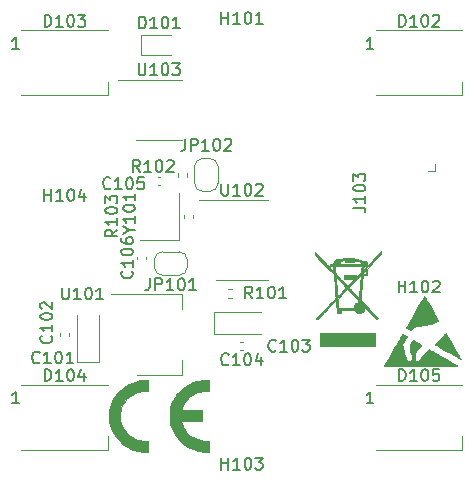
<source format=gto>
G04 #@! TF.GenerationSoftware,KiCad,Pcbnew,6.0.5+dfsg-1~bpo11+1*
G04 #@! TF.CreationDate,2022-08-22T22:11:56+00:00*
G04 #@! TF.ProjectId,LEDcube,4c454463-7562-4652-9e6b-696361645f70,rev?*
G04 #@! TF.SameCoordinates,Original*
G04 #@! TF.FileFunction,Legend,Top*
G04 #@! TF.FilePolarity,Positive*
%FSLAX46Y46*%
G04 Gerber Fmt 4.6, Leading zero omitted, Abs format (unit mm)*
G04 Created by KiCad (PCBNEW 6.0.5+dfsg-1~bpo11+1) date 2022-08-22 22:11:56*
%MOMM*%
%LPD*%
G01*
G04 APERTURE LIST*
%ADD10C,0.150000*%
%ADD11C,0.120000*%
%ADD12C,0.010000*%
G04 APERTURE END LIST*
D10*
X98880952Y-110517142D02*
X98833333Y-110564761D01*
X98690476Y-110612380D01*
X98595238Y-110612380D01*
X98452380Y-110564761D01*
X98357142Y-110469523D01*
X98309523Y-110374285D01*
X98261904Y-110183809D01*
X98261904Y-110040952D01*
X98309523Y-109850476D01*
X98357142Y-109755238D01*
X98452380Y-109660000D01*
X98595238Y-109612380D01*
X98690476Y-109612380D01*
X98833333Y-109660000D01*
X98880952Y-109707619D01*
X99833333Y-110612380D02*
X99261904Y-110612380D01*
X99547619Y-110612380D02*
X99547619Y-109612380D01*
X99452380Y-109755238D01*
X99357142Y-109850476D01*
X99261904Y-109898095D01*
X100452380Y-109612380D02*
X100547619Y-109612380D01*
X100642857Y-109660000D01*
X100690476Y-109707619D01*
X100738095Y-109802857D01*
X100785714Y-109993333D01*
X100785714Y-110231428D01*
X100738095Y-110421904D01*
X100690476Y-110517142D01*
X100642857Y-110564761D01*
X100547619Y-110612380D01*
X100452380Y-110612380D01*
X100357142Y-110564761D01*
X100309523Y-110517142D01*
X100261904Y-110421904D01*
X100214285Y-110231428D01*
X100214285Y-109993333D01*
X100261904Y-109802857D01*
X100309523Y-109707619D01*
X100357142Y-109660000D01*
X100452380Y-109612380D01*
X101642857Y-109945714D02*
X101642857Y-110612380D01*
X101404761Y-109564761D02*
X101166666Y-110279047D01*
X101785714Y-110279047D01*
X113309523Y-111952380D02*
X113309523Y-110952380D01*
X113547619Y-110952380D01*
X113690476Y-111000000D01*
X113785714Y-111095238D01*
X113833333Y-111190476D01*
X113880952Y-111380952D01*
X113880952Y-111523809D01*
X113833333Y-111714285D01*
X113785714Y-111809523D01*
X113690476Y-111904761D01*
X113547619Y-111952380D01*
X113309523Y-111952380D01*
X114833333Y-111952380D02*
X114261904Y-111952380D01*
X114547619Y-111952380D02*
X114547619Y-110952380D01*
X114452380Y-111095238D01*
X114357142Y-111190476D01*
X114261904Y-111238095D01*
X115452380Y-110952380D02*
X115547619Y-110952380D01*
X115642857Y-111000000D01*
X115690476Y-111047619D01*
X115738095Y-111142857D01*
X115785714Y-111333333D01*
X115785714Y-111571428D01*
X115738095Y-111761904D01*
X115690476Y-111857142D01*
X115642857Y-111904761D01*
X115547619Y-111952380D01*
X115452380Y-111952380D01*
X115357142Y-111904761D01*
X115309523Y-111857142D01*
X115261904Y-111761904D01*
X115214285Y-111571428D01*
X115214285Y-111333333D01*
X115261904Y-111142857D01*
X115309523Y-111047619D01*
X115357142Y-111000000D01*
X115452380Y-110952380D01*
X116690476Y-110952380D02*
X116214285Y-110952380D01*
X116166666Y-111428571D01*
X116214285Y-111380952D01*
X116309523Y-111333333D01*
X116547619Y-111333333D01*
X116642857Y-111380952D01*
X116690476Y-111428571D01*
X116738095Y-111523809D01*
X116738095Y-111761904D01*
X116690476Y-111857142D01*
X116642857Y-111904761D01*
X116547619Y-111952380D01*
X116309523Y-111952380D01*
X116214285Y-111904761D01*
X116166666Y-111857142D01*
X111135714Y-113852380D02*
X110564285Y-113852380D01*
X110850000Y-113852380D02*
X110850000Y-112852380D01*
X110754761Y-112995238D01*
X110659523Y-113090476D01*
X110564285Y-113138095D01*
X90697142Y-102639047D02*
X90744761Y-102686666D01*
X90792380Y-102829523D01*
X90792380Y-102924761D01*
X90744761Y-103067619D01*
X90649523Y-103162857D01*
X90554285Y-103210476D01*
X90363809Y-103258095D01*
X90220952Y-103258095D01*
X90030476Y-103210476D01*
X89935238Y-103162857D01*
X89840000Y-103067619D01*
X89792380Y-102924761D01*
X89792380Y-102829523D01*
X89840000Y-102686666D01*
X89887619Y-102639047D01*
X90792380Y-101686666D02*
X90792380Y-102258095D01*
X90792380Y-101972380D02*
X89792380Y-101972380D01*
X89935238Y-102067619D01*
X90030476Y-102162857D01*
X90078095Y-102258095D01*
X89792380Y-101067619D02*
X89792380Y-100972380D01*
X89840000Y-100877142D01*
X89887619Y-100829523D01*
X89982857Y-100781904D01*
X90173333Y-100734285D01*
X90411428Y-100734285D01*
X90601904Y-100781904D01*
X90697142Y-100829523D01*
X90744761Y-100877142D01*
X90792380Y-100972380D01*
X90792380Y-101067619D01*
X90744761Y-101162857D01*
X90697142Y-101210476D01*
X90601904Y-101258095D01*
X90411428Y-101305714D01*
X90173333Y-101305714D01*
X89982857Y-101258095D01*
X89887619Y-101210476D01*
X89840000Y-101162857D01*
X89792380Y-101067619D01*
X89792380Y-99877142D02*
X89792380Y-100067619D01*
X89840000Y-100162857D01*
X89887619Y-100210476D01*
X90030476Y-100305714D01*
X90220952Y-100353333D01*
X90601904Y-100353333D01*
X90697142Y-100305714D01*
X90744761Y-100258095D01*
X90792380Y-100162857D01*
X90792380Y-99972380D01*
X90744761Y-99877142D01*
X90697142Y-99829523D01*
X90601904Y-99781904D01*
X90363809Y-99781904D01*
X90268571Y-99829523D01*
X90220952Y-99877142D01*
X90173333Y-99972380D01*
X90173333Y-100162857D01*
X90220952Y-100258095D01*
X90268571Y-100305714D01*
X90363809Y-100353333D01*
X98285714Y-119452380D02*
X98285714Y-118452380D01*
X98285714Y-118928571D02*
X98857142Y-118928571D01*
X98857142Y-119452380D02*
X98857142Y-118452380D01*
X99857142Y-119452380D02*
X99285714Y-119452380D01*
X99571428Y-119452380D02*
X99571428Y-118452380D01*
X99476190Y-118595238D01*
X99380952Y-118690476D01*
X99285714Y-118738095D01*
X100476190Y-118452380D02*
X100571428Y-118452380D01*
X100666666Y-118500000D01*
X100714285Y-118547619D01*
X100761904Y-118642857D01*
X100809523Y-118833333D01*
X100809523Y-119071428D01*
X100761904Y-119261904D01*
X100714285Y-119357142D01*
X100666666Y-119404761D01*
X100571428Y-119452380D01*
X100476190Y-119452380D01*
X100380952Y-119404761D01*
X100333333Y-119357142D01*
X100285714Y-119261904D01*
X100238095Y-119071428D01*
X100238095Y-118833333D01*
X100285714Y-118642857D01*
X100333333Y-118547619D01*
X100380952Y-118500000D01*
X100476190Y-118452380D01*
X101142857Y-118452380D02*
X101761904Y-118452380D01*
X101428571Y-118833333D01*
X101571428Y-118833333D01*
X101666666Y-118880952D01*
X101714285Y-118928571D01*
X101761904Y-119023809D01*
X101761904Y-119261904D01*
X101714285Y-119357142D01*
X101666666Y-119404761D01*
X101571428Y-119452380D01*
X101285714Y-119452380D01*
X101190476Y-119404761D01*
X101142857Y-119357142D01*
X90476190Y-99178571D02*
X90952380Y-99178571D01*
X89952380Y-99511904D02*
X90476190Y-99178571D01*
X89952380Y-98845238D01*
X90952380Y-97988095D02*
X90952380Y-98559523D01*
X90952380Y-98273809D02*
X89952380Y-98273809D01*
X90095238Y-98369047D01*
X90190476Y-98464285D01*
X90238095Y-98559523D01*
X89952380Y-97369047D02*
X89952380Y-97273809D01*
X90000000Y-97178571D01*
X90047619Y-97130952D01*
X90142857Y-97083333D01*
X90333333Y-97035714D01*
X90571428Y-97035714D01*
X90761904Y-97083333D01*
X90857142Y-97130952D01*
X90904761Y-97178571D01*
X90952380Y-97273809D01*
X90952380Y-97369047D01*
X90904761Y-97464285D01*
X90857142Y-97511904D01*
X90761904Y-97559523D01*
X90571428Y-97607142D01*
X90333333Y-97607142D01*
X90142857Y-97559523D01*
X90047619Y-97511904D01*
X90000000Y-97464285D01*
X89952380Y-97369047D01*
X90952380Y-96083333D02*
X90952380Y-96654761D01*
X90952380Y-96369047D02*
X89952380Y-96369047D01*
X90095238Y-96464285D01*
X90190476Y-96559523D01*
X90238095Y-96654761D01*
X88880952Y-95607142D02*
X88833333Y-95654761D01*
X88690476Y-95702380D01*
X88595238Y-95702380D01*
X88452380Y-95654761D01*
X88357142Y-95559523D01*
X88309523Y-95464285D01*
X88261904Y-95273809D01*
X88261904Y-95130952D01*
X88309523Y-94940476D01*
X88357142Y-94845238D01*
X88452380Y-94750000D01*
X88595238Y-94702380D01*
X88690476Y-94702380D01*
X88833333Y-94750000D01*
X88880952Y-94797619D01*
X89833333Y-95702380D02*
X89261904Y-95702380D01*
X89547619Y-95702380D02*
X89547619Y-94702380D01*
X89452380Y-94845238D01*
X89357142Y-94940476D01*
X89261904Y-94988095D01*
X90452380Y-94702380D02*
X90547619Y-94702380D01*
X90642857Y-94750000D01*
X90690476Y-94797619D01*
X90738095Y-94892857D01*
X90785714Y-95083333D01*
X90785714Y-95321428D01*
X90738095Y-95511904D01*
X90690476Y-95607142D01*
X90642857Y-95654761D01*
X90547619Y-95702380D01*
X90452380Y-95702380D01*
X90357142Y-95654761D01*
X90309523Y-95607142D01*
X90261904Y-95511904D01*
X90214285Y-95321428D01*
X90214285Y-95083333D01*
X90261904Y-94892857D01*
X90309523Y-94797619D01*
X90357142Y-94750000D01*
X90452380Y-94702380D01*
X91690476Y-94702380D02*
X91214285Y-94702380D01*
X91166666Y-95178571D01*
X91214285Y-95130952D01*
X91309523Y-95083333D01*
X91547619Y-95083333D01*
X91642857Y-95130952D01*
X91690476Y-95178571D01*
X91738095Y-95273809D01*
X91738095Y-95511904D01*
X91690476Y-95607142D01*
X91642857Y-95654761D01*
X91547619Y-95702380D01*
X91309523Y-95702380D01*
X91214285Y-95654761D01*
X91166666Y-95607142D01*
X98285714Y-95252380D02*
X98285714Y-96061904D01*
X98333333Y-96157142D01*
X98380952Y-96204761D01*
X98476190Y-96252380D01*
X98666666Y-96252380D01*
X98761904Y-96204761D01*
X98809523Y-96157142D01*
X98857142Y-96061904D01*
X98857142Y-95252380D01*
X99857142Y-96252380D02*
X99285714Y-96252380D01*
X99571428Y-96252380D02*
X99571428Y-95252380D01*
X99476190Y-95395238D01*
X99380952Y-95490476D01*
X99285714Y-95538095D01*
X100476190Y-95252380D02*
X100571428Y-95252380D01*
X100666666Y-95300000D01*
X100714285Y-95347619D01*
X100761904Y-95442857D01*
X100809523Y-95633333D01*
X100809523Y-95871428D01*
X100761904Y-96061904D01*
X100714285Y-96157142D01*
X100666666Y-96204761D01*
X100571428Y-96252380D01*
X100476190Y-96252380D01*
X100380952Y-96204761D01*
X100333333Y-96157142D01*
X100285714Y-96061904D01*
X100238095Y-95871428D01*
X100238095Y-95633333D01*
X100285714Y-95442857D01*
X100333333Y-95347619D01*
X100380952Y-95300000D01*
X100476190Y-95252380D01*
X101190476Y-95347619D02*
X101238095Y-95300000D01*
X101333333Y-95252380D01*
X101571428Y-95252380D01*
X101666666Y-95300000D01*
X101714285Y-95347619D01*
X101761904Y-95442857D01*
X101761904Y-95538095D01*
X101714285Y-95680952D01*
X101142857Y-96252380D01*
X101761904Y-96252380D01*
X91309523Y-82102380D02*
X91309523Y-81102380D01*
X91547619Y-81102380D01*
X91690476Y-81150000D01*
X91785714Y-81245238D01*
X91833333Y-81340476D01*
X91880952Y-81530952D01*
X91880952Y-81673809D01*
X91833333Y-81864285D01*
X91785714Y-81959523D01*
X91690476Y-82054761D01*
X91547619Y-82102380D01*
X91309523Y-82102380D01*
X92833333Y-82102380D02*
X92261904Y-82102380D01*
X92547619Y-82102380D02*
X92547619Y-81102380D01*
X92452380Y-81245238D01*
X92357142Y-81340476D01*
X92261904Y-81388095D01*
X93452380Y-81102380D02*
X93547619Y-81102380D01*
X93642857Y-81150000D01*
X93690476Y-81197619D01*
X93738095Y-81292857D01*
X93785714Y-81483333D01*
X93785714Y-81721428D01*
X93738095Y-81911904D01*
X93690476Y-82007142D01*
X93642857Y-82054761D01*
X93547619Y-82102380D01*
X93452380Y-82102380D01*
X93357142Y-82054761D01*
X93309523Y-82007142D01*
X93261904Y-81911904D01*
X93214285Y-81721428D01*
X93214285Y-81483333D01*
X93261904Y-81292857D01*
X93309523Y-81197619D01*
X93357142Y-81150000D01*
X93452380Y-81102380D01*
X94738095Y-82102380D02*
X94166666Y-82102380D01*
X94452380Y-82102380D02*
X94452380Y-81102380D01*
X94357142Y-81245238D01*
X94261904Y-81340476D01*
X94166666Y-81388095D01*
X82880952Y-110357142D02*
X82833333Y-110404761D01*
X82690476Y-110452380D01*
X82595238Y-110452380D01*
X82452380Y-110404761D01*
X82357142Y-110309523D01*
X82309523Y-110214285D01*
X82261904Y-110023809D01*
X82261904Y-109880952D01*
X82309523Y-109690476D01*
X82357142Y-109595238D01*
X82452380Y-109500000D01*
X82595238Y-109452380D01*
X82690476Y-109452380D01*
X82833333Y-109500000D01*
X82880952Y-109547619D01*
X83833333Y-110452380D02*
X83261904Y-110452380D01*
X83547619Y-110452380D02*
X83547619Y-109452380D01*
X83452380Y-109595238D01*
X83357142Y-109690476D01*
X83261904Y-109738095D01*
X84452380Y-109452380D02*
X84547619Y-109452380D01*
X84642857Y-109500000D01*
X84690476Y-109547619D01*
X84738095Y-109642857D01*
X84785714Y-109833333D01*
X84785714Y-110071428D01*
X84738095Y-110261904D01*
X84690476Y-110357142D01*
X84642857Y-110404761D01*
X84547619Y-110452380D01*
X84452380Y-110452380D01*
X84357142Y-110404761D01*
X84309523Y-110357142D01*
X84261904Y-110261904D01*
X84214285Y-110071428D01*
X84214285Y-109833333D01*
X84261904Y-109642857D01*
X84309523Y-109547619D01*
X84357142Y-109500000D01*
X84452380Y-109452380D01*
X85738095Y-110452380D02*
X85166666Y-110452380D01*
X85452380Y-110452380D02*
X85452380Y-109452380D01*
X85357142Y-109595238D01*
X85261904Y-109690476D01*
X85166666Y-109738095D01*
X89452380Y-99129047D02*
X88976190Y-99462380D01*
X89452380Y-99700476D02*
X88452380Y-99700476D01*
X88452380Y-99319523D01*
X88500000Y-99224285D01*
X88547619Y-99176666D01*
X88642857Y-99129047D01*
X88785714Y-99129047D01*
X88880952Y-99176666D01*
X88928571Y-99224285D01*
X88976190Y-99319523D01*
X88976190Y-99700476D01*
X89452380Y-98176666D02*
X89452380Y-98748095D01*
X89452380Y-98462380D02*
X88452380Y-98462380D01*
X88595238Y-98557619D01*
X88690476Y-98652857D01*
X88738095Y-98748095D01*
X88452380Y-97557619D02*
X88452380Y-97462380D01*
X88500000Y-97367142D01*
X88547619Y-97319523D01*
X88642857Y-97271904D01*
X88833333Y-97224285D01*
X89071428Y-97224285D01*
X89261904Y-97271904D01*
X89357142Y-97319523D01*
X89404761Y-97367142D01*
X89452380Y-97462380D01*
X89452380Y-97557619D01*
X89404761Y-97652857D01*
X89357142Y-97700476D01*
X89261904Y-97748095D01*
X89071428Y-97795714D01*
X88833333Y-97795714D01*
X88642857Y-97748095D01*
X88547619Y-97700476D01*
X88500000Y-97652857D01*
X88452380Y-97557619D01*
X88452380Y-96890952D02*
X88452380Y-96271904D01*
X88833333Y-96605238D01*
X88833333Y-96462380D01*
X88880952Y-96367142D01*
X88928571Y-96319523D01*
X89023809Y-96271904D01*
X89261904Y-96271904D01*
X89357142Y-96319523D01*
X89404761Y-96367142D01*
X89452380Y-96462380D01*
X89452380Y-96748095D01*
X89404761Y-96843333D01*
X89357142Y-96890952D01*
X84785714Y-104042380D02*
X84785714Y-104851904D01*
X84833333Y-104947142D01*
X84880952Y-104994761D01*
X84976190Y-105042380D01*
X85166666Y-105042380D01*
X85261904Y-104994761D01*
X85309523Y-104947142D01*
X85357142Y-104851904D01*
X85357142Y-104042380D01*
X86357142Y-105042380D02*
X85785714Y-105042380D01*
X86071428Y-105042380D02*
X86071428Y-104042380D01*
X85976190Y-104185238D01*
X85880952Y-104280476D01*
X85785714Y-104328095D01*
X86976190Y-104042380D02*
X87071428Y-104042380D01*
X87166666Y-104090000D01*
X87214285Y-104137619D01*
X87261904Y-104232857D01*
X87309523Y-104423333D01*
X87309523Y-104661428D01*
X87261904Y-104851904D01*
X87214285Y-104947142D01*
X87166666Y-104994761D01*
X87071428Y-105042380D01*
X86976190Y-105042380D01*
X86880952Y-104994761D01*
X86833333Y-104947142D01*
X86785714Y-104851904D01*
X86738095Y-104661428D01*
X86738095Y-104423333D01*
X86785714Y-104232857D01*
X86833333Y-104137619D01*
X86880952Y-104090000D01*
X86976190Y-104042380D01*
X88261904Y-105042380D02*
X87690476Y-105042380D01*
X87976190Y-105042380D02*
X87976190Y-104042380D01*
X87880952Y-104185238D01*
X87785714Y-104280476D01*
X87690476Y-104328095D01*
X83309523Y-111952380D02*
X83309523Y-110952380D01*
X83547619Y-110952380D01*
X83690476Y-111000000D01*
X83785714Y-111095238D01*
X83833333Y-111190476D01*
X83880952Y-111380952D01*
X83880952Y-111523809D01*
X83833333Y-111714285D01*
X83785714Y-111809523D01*
X83690476Y-111904761D01*
X83547619Y-111952380D01*
X83309523Y-111952380D01*
X84833333Y-111952380D02*
X84261904Y-111952380D01*
X84547619Y-111952380D02*
X84547619Y-110952380D01*
X84452380Y-111095238D01*
X84357142Y-111190476D01*
X84261904Y-111238095D01*
X85452380Y-110952380D02*
X85547619Y-110952380D01*
X85642857Y-111000000D01*
X85690476Y-111047619D01*
X85738095Y-111142857D01*
X85785714Y-111333333D01*
X85785714Y-111571428D01*
X85738095Y-111761904D01*
X85690476Y-111857142D01*
X85642857Y-111904761D01*
X85547619Y-111952380D01*
X85452380Y-111952380D01*
X85357142Y-111904761D01*
X85309523Y-111857142D01*
X85261904Y-111761904D01*
X85214285Y-111571428D01*
X85214285Y-111333333D01*
X85261904Y-111142857D01*
X85309523Y-111047619D01*
X85357142Y-111000000D01*
X85452380Y-110952380D01*
X86642857Y-111285714D02*
X86642857Y-111952380D01*
X86404761Y-110904761D02*
X86166666Y-111619047D01*
X86785714Y-111619047D01*
X81135714Y-113852380D02*
X80564285Y-113852380D01*
X80850000Y-113852380D02*
X80850000Y-112852380D01*
X80754761Y-112995238D01*
X80659523Y-113090476D01*
X80564285Y-113138095D01*
X113309523Y-81952380D02*
X113309523Y-80952380D01*
X113547619Y-80952380D01*
X113690476Y-81000000D01*
X113785714Y-81095238D01*
X113833333Y-81190476D01*
X113880952Y-81380952D01*
X113880952Y-81523809D01*
X113833333Y-81714285D01*
X113785714Y-81809523D01*
X113690476Y-81904761D01*
X113547619Y-81952380D01*
X113309523Y-81952380D01*
X114833333Y-81952380D02*
X114261904Y-81952380D01*
X114547619Y-81952380D02*
X114547619Y-80952380D01*
X114452380Y-81095238D01*
X114357142Y-81190476D01*
X114261904Y-81238095D01*
X115452380Y-80952380D02*
X115547619Y-80952380D01*
X115642857Y-81000000D01*
X115690476Y-81047619D01*
X115738095Y-81142857D01*
X115785714Y-81333333D01*
X115785714Y-81571428D01*
X115738095Y-81761904D01*
X115690476Y-81857142D01*
X115642857Y-81904761D01*
X115547619Y-81952380D01*
X115452380Y-81952380D01*
X115357142Y-81904761D01*
X115309523Y-81857142D01*
X115261904Y-81761904D01*
X115214285Y-81571428D01*
X115214285Y-81333333D01*
X115261904Y-81142857D01*
X115309523Y-81047619D01*
X115357142Y-81000000D01*
X115452380Y-80952380D01*
X116166666Y-81047619D02*
X116214285Y-81000000D01*
X116309523Y-80952380D01*
X116547619Y-80952380D01*
X116642857Y-81000000D01*
X116690476Y-81047619D01*
X116738095Y-81142857D01*
X116738095Y-81238095D01*
X116690476Y-81380952D01*
X116119047Y-81952380D01*
X116738095Y-81952380D01*
X111135714Y-83852380D02*
X110564285Y-83852380D01*
X110850000Y-83852380D02*
X110850000Y-82852380D01*
X110754761Y-82995238D01*
X110659523Y-83090476D01*
X110564285Y-83138095D01*
X95214285Y-91452380D02*
X95214285Y-92166666D01*
X95166666Y-92309523D01*
X95071428Y-92404761D01*
X94928571Y-92452380D01*
X94833333Y-92452380D01*
X95690476Y-92452380D02*
X95690476Y-91452380D01*
X96071428Y-91452380D01*
X96166666Y-91500000D01*
X96214285Y-91547619D01*
X96261904Y-91642857D01*
X96261904Y-91785714D01*
X96214285Y-91880952D01*
X96166666Y-91928571D01*
X96071428Y-91976190D01*
X95690476Y-91976190D01*
X97214285Y-92452380D02*
X96642857Y-92452380D01*
X96928571Y-92452380D02*
X96928571Y-91452380D01*
X96833333Y-91595238D01*
X96738095Y-91690476D01*
X96642857Y-91738095D01*
X97833333Y-91452380D02*
X97928571Y-91452380D01*
X98023809Y-91500000D01*
X98071428Y-91547619D01*
X98119047Y-91642857D01*
X98166666Y-91833333D01*
X98166666Y-92071428D01*
X98119047Y-92261904D01*
X98071428Y-92357142D01*
X98023809Y-92404761D01*
X97928571Y-92452380D01*
X97833333Y-92452380D01*
X97738095Y-92404761D01*
X97690476Y-92357142D01*
X97642857Y-92261904D01*
X97595238Y-92071428D01*
X97595238Y-91833333D01*
X97642857Y-91642857D01*
X97690476Y-91547619D01*
X97738095Y-91500000D01*
X97833333Y-91452380D01*
X98547619Y-91547619D02*
X98595238Y-91500000D01*
X98690476Y-91452380D01*
X98928571Y-91452380D01*
X99023809Y-91500000D01*
X99071428Y-91547619D01*
X99119047Y-91642857D01*
X99119047Y-91738095D01*
X99071428Y-91880952D01*
X98500000Y-92452380D01*
X99119047Y-92452380D01*
X92214285Y-103252380D02*
X92214285Y-103966666D01*
X92166666Y-104109523D01*
X92071428Y-104204761D01*
X91928571Y-104252380D01*
X91833333Y-104252380D01*
X92690476Y-104252380D02*
X92690476Y-103252380D01*
X93071428Y-103252380D01*
X93166666Y-103300000D01*
X93214285Y-103347619D01*
X93261904Y-103442857D01*
X93261904Y-103585714D01*
X93214285Y-103680952D01*
X93166666Y-103728571D01*
X93071428Y-103776190D01*
X92690476Y-103776190D01*
X94214285Y-104252380D02*
X93642857Y-104252380D01*
X93928571Y-104252380D02*
X93928571Y-103252380D01*
X93833333Y-103395238D01*
X93738095Y-103490476D01*
X93642857Y-103538095D01*
X94833333Y-103252380D02*
X94928571Y-103252380D01*
X95023809Y-103300000D01*
X95071428Y-103347619D01*
X95119047Y-103442857D01*
X95166666Y-103633333D01*
X95166666Y-103871428D01*
X95119047Y-104061904D01*
X95071428Y-104157142D01*
X95023809Y-104204761D01*
X94928571Y-104252380D01*
X94833333Y-104252380D01*
X94738095Y-104204761D01*
X94690476Y-104157142D01*
X94642857Y-104061904D01*
X94595238Y-103871428D01*
X94595238Y-103633333D01*
X94642857Y-103442857D01*
X94690476Y-103347619D01*
X94738095Y-103300000D01*
X94833333Y-103252380D01*
X96119047Y-104252380D02*
X95547619Y-104252380D01*
X95833333Y-104252380D02*
X95833333Y-103252380D01*
X95738095Y-103395238D01*
X95642857Y-103490476D01*
X95547619Y-103538095D01*
X91380952Y-94252380D02*
X91047619Y-93776190D01*
X90809523Y-94252380D02*
X90809523Y-93252380D01*
X91190476Y-93252380D01*
X91285714Y-93300000D01*
X91333333Y-93347619D01*
X91380952Y-93442857D01*
X91380952Y-93585714D01*
X91333333Y-93680952D01*
X91285714Y-93728571D01*
X91190476Y-93776190D01*
X90809523Y-93776190D01*
X92333333Y-94252380D02*
X91761904Y-94252380D01*
X92047619Y-94252380D02*
X92047619Y-93252380D01*
X91952380Y-93395238D01*
X91857142Y-93490476D01*
X91761904Y-93538095D01*
X92952380Y-93252380D02*
X93047619Y-93252380D01*
X93142857Y-93300000D01*
X93190476Y-93347619D01*
X93238095Y-93442857D01*
X93285714Y-93633333D01*
X93285714Y-93871428D01*
X93238095Y-94061904D01*
X93190476Y-94157142D01*
X93142857Y-94204761D01*
X93047619Y-94252380D01*
X92952380Y-94252380D01*
X92857142Y-94204761D01*
X92809523Y-94157142D01*
X92761904Y-94061904D01*
X92714285Y-93871428D01*
X92714285Y-93633333D01*
X92761904Y-93442857D01*
X92809523Y-93347619D01*
X92857142Y-93300000D01*
X92952380Y-93252380D01*
X93666666Y-93347619D02*
X93714285Y-93300000D01*
X93809523Y-93252380D01*
X94047619Y-93252380D01*
X94142857Y-93300000D01*
X94190476Y-93347619D01*
X94238095Y-93442857D01*
X94238095Y-93538095D01*
X94190476Y-93680952D01*
X93619047Y-94252380D01*
X94238095Y-94252380D01*
X83857142Y-108119047D02*
X83904761Y-108166666D01*
X83952380Y-108309523D01*
X83952380Y-108404761D01*
X83904761Y-108547619D01*
X83809523Y-108642857D01*
X83714285Y-108690476D01*
X83523809Y-108738095D01*
X83380952Y-108738095D01*
X83190476Y-108690476D01*
X83095238Y-108642857D01*
X83000000Y-108547619D01*
X82952380Y-108404761D01*
X82952380Y-108309523D01*
X83000000Y-108166666D01*
X83047619Y-108119047D01*
X83952380Y-107166666D02*
X83952380Y-107738095D01*
X83952380Y-107452380D02*
X82952380Y-107452380D01*
X83095238Y-107547619D01*
X83190476Y-107642857D01*
X83238095Y-107738095D01*
X82952380Y-106547619D02*
X82952380Y-106452380D01*
X83000000Y-106357142D01*
X83047619Y-106309523D01*
X83142857Y-106261904D01*
X83333333Y-106214285D01*
X83571428Y-106214285D01*
X83761904Y-106261904D01*
X83857142Y-106309523D01*
X83904761Y-106357142D01*
X83952380Y-106452380D01*
X83952380Y-106547619D01*
X83904761Y-106642857D01*
X83857142Y-106690476D01*
X83761904Y-106738095D01*
X83571428Y-106785714D01*
X83333333Y-106785714D01*
X83142857Y-106738095D01*
X83047619Y-106690476D01*
X83000000Y-106642857D01*
X82952380Y-106547619D01*
X83047619Y-105833333D02*
X83000000Y-105785714D01*
X82952380Y-105690476D01*
X82952380Y-105452380D01*
X83000000Y-105357142D01*
X83047619Y-105309523D01*
X83142857Y-105261904D01*
X83238095Y-105261904D01*
X83380952Y-105309523D01*
X83952380Y-105880952D01*
X83952380Y-105261904D01*
X83285714Y-96702380D02*
X83285714Y-95702380D01*
X83285714Y-96178571D02*
X83857142Y-96178571D01*
X83857142Y-96702380D02*
X83857142Y-95702380D01*
X84857142Y-96702380D02*
X84285714Y-96702380D01*
X84571428Y-96702380D02*
X84571428Y-95702380D01*
X84476190Y-95845238D01*
X84380952Y-95940476D01*
X84285714Y-95988095D01*
X85476190Y-95702380D02*
X85571428Y-95702380D01*
X85666666Y-95750000D01*
X85714285Y-95797619D01*
X85761904Y-95892857D01*
X85809523Y-96083333D01*
X85809523Y-96321428D01*
X85761904Y-96511904D01*
X85714285Y-96607142D01*
X85666666Y-96654761D01*
X85571428Y-96702380D01*
X85476190Y-96702380D01*
X85380952Y-96654761D01*
X85333333Y-96607142D01*
X85285714Y-96511904D01*
X85238095Y-96321428D01*
X85238095Y-96083333D01*
X85285714Y-95892857D01*
X85333333Y-95797619D01*
X85380952Y-95750000D01*
X85476190Y-95702380D01*
X86666666Y-96035714D02*
X86666666Y-96702380D01*
X86428571Y-95654761D02*
X86190476Y-96369047D01*
X86809523Y-96369047D01*
X113285714Y-104452380D02*
X113285714Y-103452380D01*
X113285714Y-103928571D02*
X113857142Y-103928571D01*
X113857142Y-104452380D02*
X113857142Y-103452380D01*
X114857142Y-104452380D02*
X114285714Y-104452380D01*
X114571428Y-104452380D02*
X114571428Y-103452380D01*
X114476190Y-103595238D01*
X114380952Y-103690476D01*
X114285714Y-103738095D01*
X115476190Y-103452380D02*
X115571428Y-103452380D01*
X115666666Y-103500000D01*
X115714285Y-103547619D01*
X115761904Y-103642857D01*
X115809523Y-103833333D01*
X115809523Y-104071428D01*
X115761904Y-104261904D01*
X115714285Y-104357142D01*
X115666666Y-104404761D01*
X115571428Y-104452380D01*
X115476190Y-104452380D01*
X115380952Y-104404761D01*
X115333333Y-104357142D01*
X115285714Y-104261904D01*
X115238095Y-104071428D01*
X115238095Y-103833333D01*
X115285714Y-103642857D01*
X115333333Y-103547619D01*
X115380952Y-103500000D01*
X115476190Y-103452380D01*
X116190476Y-103547619D02*
X116238095Y-103500000D01*
X116333333Y-103452380D01*
X116571428Y-103452380D01*
X116666666Y-103500000D01*
X116714285Y-103547619D01*
X116761904Y-103642857D01*
X116761904Y-103738095D01*
X116714285Y-103880952D01*
X116142857Y-104452380D01*
X116761904Y-104452380D01*
X102880952Y-109357142D02*
X102833333Y-109404761D01*
X102690476Y-109452380D01*
X102595238Y-109452380D01*
X102452380Y-109404761D01*
X102357142Y-109309523D01*
X102309523Y-109214285D01*
X102261904Y-109023809D01*
X102261904Y-108880952D01*
X102309523Y-108690476D01*
X102357142Y-108595238D01*
X102452380Y-108500000D01*
X102595238Y-108452380D01*
X102690476Y-108452380D01*
X102833333Y-108500000D01*
X102880952Y-108547619D01*
X103833333Y-109452380D02*
X103261904Y-109452380D01*
X103547619Y-109452380D02*
X103547619Y-108452380D01*
X103452380Y-108595238D01*
X103357142Y-108690476D01*
X103261904Y-108738095D01*
X104452380Y-108452380D02*
X104547619Y-108452380D01*
X104642857Y-108500000D01*
X104690476Y-108547619D01*
X104738095Y-108642857D01*
X104785714Y-108833333D01*
X104785714Y-109071428D01*
X104738095Y-109261904D01*
X104690476Y-109357142D01*
X104642857Y-109404761D01*
X104547619Y-109452380D01*
X104452380Y-109452380D01*
X104357142Y-109404761D01*
X104309523Y-109357142D01*
X104261904Y-109261904D01*
X104214285Y-109071428D01*
X104214285Y-108833333D01*
X104261904Y-108642857D01*
X104309523Y-108547619D01*
X104357142Y-108500000D01*
X104452380Y-108452380D01*
X105119047Y-108452380D02*
X105738095Y-108452380D01*
X105404761Y-108833333D01*
X105547619Y-108833333D01*
X105642857Y-108880952D01*
X105690476Y-108928571D01*
X105738095Y-109023809D01*
X105738095Y-109261904D01*
X105690476Y-109357142D01*
X105642857Y-109404761D01*
X105547619Y-109452380D01*
X105261904Y-109452380D01*
X105166666Y-109404761D01*
X105119047Y-109357142D01*
X91265714Y-85052380D02*
X91265714Y-85861904D01*
X91313333Y-85957142D01*
X91360952Y-86004761D01*
X91456190Y-86052380D01*
X91646666Y-86052380D01*
X91741904Y-86004761D01*
X91789523Y-85957142D01*
X91837142Y-85861904D01*
X91837142Y-85052380D01*
X92837142Y-86052380D02*
X92265714Y-86052380D01*
X92551428Y-86052380D02*
X92551428Y-85052380D01*
X92456190Y-85195238D01*
X92360952Y-85290476D01*
X92265714Y-85338095D01*
X93456190Y-85052380D02*
X93551428Y-85052380D01*
X93646666Y-85100000D01*
X93694285Y-85147619D01*
X93741904Y-85242857D01*
X93789523Y-85433333D01*
X93789523Y-85671428D01*
X93741904Y-85861904D01*
X93694285Y-85957142D01*
X93646666Y-86004761D01*
X93551428Y-86052380D01*
X93456190Y-86052380D01*
X93360952Y-86004761D01*
X93313333Y-85957142D01*
X93265714Y-85861904D01*
X93218095Y-85671428D01*
X93218095Y-85433333D01*
X93265714Y-85242857D01*
X93313333Y-85147619D01*
X93360952Y-85100000D01*
X93456190Y-85052380D01*
X94122857Y-85052380D02*
X94741904Y-85052380D01*
X94408571Y-85433333D01*
X94551428Y-85433333D01*
X94646666Y-85480952D01*
X94694285Y-85528571D01*
X94741904Y-85623809D01*
X94741904Y-85861904D01*
X94694285Y-85957142D01*
X94646666Y-86004761D01*
X94551428Y-86052380D01*
X94265714Y-86052380D01*
X94170476Y-86004761D01*
X94122857Y-85957142D01*
X98285714Y-81702380D02*
X98285714Y-80702380D01*
X98285714Y-81178571D02*
X98857142Y-81178571D01*
X98857142Y-81702380D02*
X98857142Y-80702380D01*
X99857142Y-81702380D02*
X99285714Y-81702380D01*
X99571428Y-81702380D02*
X99571428Y-80702380D01*
X99476190Y-80845238D01*
X99380952Y-80940476D01*
X99285714Y-80988095D01*
X100476190Y-80702380D02*
X100571428Y-80702380D01*
X100666666Y-80750000D01*
X100714285Y-80797619D01*
X100761904Y-80892857D01*
X100809523Y-81083333D01*
X100809523Y-81321428D01*
X100761904Y-81511904D01*
X100714285Y-81607142D01*
X100666666Y-81654761D01*
X100571428Y-81702380D01*
X100476190Y-81702380D01*
X100380952Y-81654761D01*
X100333333Y-81607142D01*
X100285714Y-81511904D01*
X100238095Y-81321428D01*
X100238095Y-81083333D01*
X100285714Y-80892857D01*
X100333333Y-80797619D01*
X100380952Y-80750000D01*
X100476190Y-80702380D01*
X101761904Y-81702380D02*
X101190476Y-81702380D01*
X101476190Y-81702380D02*
X101476190Y-80702380D01*
X101380952Y-80845238D01*
X101285714Y-80940476D01*
X101190476Y-80988095D01*
X100880952Y-104952380D02*
X100547619Y-104476190D01*
X100309523Y-104952380D02*
X100309523Y-103952380D01*
X100690476Y-103952380D01*
X100785714Y-104000000D01*
X100833333Y-104047619D01*
X100880952Y-104142857D01*
X100880952Y-104285714D01*
X100833333Y-104380952D01*
X100785714Y-104428571D01*
X100690476Y-104476190D01*
X100309523Y-104476190D01*
X101833333Y-104952380D02*
X101261904Y-104952380D01*
X101547619Y-104952380D02*
X101547619Y-103952380D01*
X101452380Y-104095238D01*
X101357142Y-104190476D01*
X101261904Y-104238095D01*
X102452380Y-103952380D02*
X102547619Y-103952380D01*
X102642857Y-104000000D01*
X102690476Y-104047619D01*
X102738095Y-104142857D01*
X102785714Y-104333333D01*
X102785714Y-104571428D01*
X102738095Y-104761904D01*
X102690476Y-104857142D01*
X102642857Y-104904761D01*
X102547619Y-104952380D01*
X102452380Y-104952380D01*
X102357142Y-104904761D01*
X102309523Y-104857142D01*
X102261904Y-104761904D01*
X102214285Y-104571428D01*
X102214285Y-104333333D01*
X102261904Y-104142857D01*
X102309523Y-104047619D01*
X102357142Y-104000000D01*
X102452380Y-103952380D01*
X103738095Y-104952380D02*
X103166666Y-104952380D01*
X103452380Y-104952380D02*
X103452380Y-103952380D01*
X103357142Y-104095238D01*
X103261904Y-104190476D01*
X103166666Y-104238095D01*
X83309523Y-81952380D02*
X83309523Y-80952380D01*
X83547619Y-80952380D01*
X83690476Y-81000000D01*
X83785714Y-81095238D01*
X83833333Y-81190476D01*
X83880952Y-81380952D01*
X83880952Y-81523809D01*
X83833333Y-81714285D01*
X83785714Y-81809523D01*
X83690476Y-81904761D01*
X83547619Y-81952380D01*
X83309523Y-81952380D01*
X84833333Y-81952380D02*
X84261904Y-81952380D01*
X84547619Y-81952380D02*
X84547619Y-80952380D01*
X84452380Y-81095238D01*
X84357142Y-81190476D01*
X84261904Y-81238095D01*
X85452380Y-80952380D02*
X85547619Y-80952380D01*
X85642857Y-81000000D01*
X85690476Y-81047619D01*
X85738095Y-81142857D01*
X85785714Y-81333333D01*
X85785714Y-81571428D01*
X85738095Y-81761904D01*
X85690476Y-81857142D01*
X85642857Y-81904761D01*
X85547619Y-81952380D01*
X85452380Y-81952380D01*
X85357142Y-81904761D01*
X85309523Y-81857142D01*
X85261904Y-81761904D01*
X85214285Y-81571428D01*
X85214285Y-81333333D01*
X85261904Y-81142857D01*
X85309523Y-81047619D01*
X85357142Y-81000000D01*
X85452380Y-80952380D01*
X86119047Y-80952380D02*
X86738095Y-80952380D01*
X86404761Y-81333333D01*
X86547619Y-81333333D01*
X86642857Y-81380952D01*
X86690476Y-81428571D01*
X86738095Y-81523809D01*
X86738095Y-81761904D01*
X86690476Y-81857142D01*
X86642857Y-81904761D01*
X86547619Y-81952380D01*
X86261904Y-81952380D01*
X86166666Y-81904761D01*
X86119047Y-81857142D01*
X81135714Y-83852380D02*
X80564285Y-83852380D01*
X80850000Y-83852380D02*
X80850000Y-82852380D01*
X80754761Y-82995238D01*
X80659523Y-83090476D01*
X80564285Y-83138095D01*
X109452380Y-97285714D02*
X110166666Y-97285714D01*
X110309523Y-97333333D01*
X110404761Y-97428571D01*
X110452380Y-97571428D01*
X110452380Y-97666666D01*
X110452380Y-96285714D02*
X110452380Y-96857142D01*
X110452380Y-96571428D02*
X109452380Y-96571428D01*
X109595238Y-96666666D01*
X109690476Y-96761904D01*
X109738095Y-96857142D01*
X109452380Y-95666666D02*
X109452380Y-95571428D01*
X109500000Y-95476190D01*
X109547619Y-95428571D01*
X109642857Y-95380952D01*
X109833333Y-95333333D01*
X110071428Y-95333333D01*
X110261904Y-95380952D01*
X110357142Y-95428571D01*
X110404761Y-95476190D01*
X110452380Y-95571428D01*
X110452380Y-95666666D01*
X110404761Y-95761904D01*
X110357142Y-95809523D01*
X110261904Y-95857142D01*
X110071428Y-95904761D01*
X109833333Y-95904761D01*
X109642857Y-95857142D01*
X109547619Y-95809523D01*
X109500000Y-95761904D01*
X109452380Y-95666666D01*
X109452380Y-95000000D02*
X109452380Y-94380952D01*
X109833333Y-94714285D01*
X109833333Y-94571428D01*
X109880952Y-94476190D01*
X109928571Y-94428571D01*
X110023809Y-94380952D01*
X110261904Y-94380952D01*
X110357142Y-94428571D01*
X110404761Y-94476190D01*
X110452380Y-94571428D01*
X110452380Y-94857142D01*
X110404761Y-94952380D01*
X110357142Y-95000000D01*
D11*
X100107836Y-109360000D02*
X99892164Y-109360000D01*
X100107836Y-108640000D02*
X99892164Y-108640000D01*
X111350000Y-112250000D02*
X118650000Y-112250000D01*
X111350000Y-117750000D02*
X118650000Y-117750000D01*
X118650000Y-117750000D02*
X118650000Y-116600000D01*
X91140000Y-101627836D02*
X91140000Y-101412164D01*
X91860000Y-101627836D02*
X91860000Y-101412164D01*
X91350000Y-100000000D02*
X94650000Y-100000000D01*
X94650000Y-100000000D02*
X94650000Y-96000000D01*
X93087836Y-95360000D02*
X92872164Y-95360000D01*
X93087836Y-94640000D02*
X92872164Y-94640000D01*
X100000000Y-103385000D02*
X102200000Y-103385000D01*
X100000000Y-96615000D02*
X102200000Y-96615000D01*
X100000000Y-103385000D02*
X97800000Y-103385000D01*
X100000000Y-96615000D02*
X96400000Y-96615000D01*
X91500000Y-82650000D02*
X94050000Y-82650000D01*
X91500000Y-84350000D02*
X94050000Y-84350000D01*
X91500000Y-82650000D02*
X91500000Y-84350000D01*
X87935000Y-110310000D02*
X87935000Y-106400000D01*
X86065000Y-110310000D02*
X87935000Y-110310000D01*
X86065000Y-106400000D02*
X86065000Y-110310000D01*
X95880000Y-97856359D02*
X95880000Y-98163641D01*
X95120000Y-97856359D02*
X95120000Y-98163641D01*
X94910000Y-111410000D02*
X94910000Y-110150000D01*
X94910000Y-104590000D02*
X94910000Y-105850000D01*
X91150000Y-111410000D02*
X94910000Y-111410000D01*
X88900000Y-104590000D02*
X94910000Y-104590000D01*
X81350000Y-112250000D02*
X88650000Y-112250000D01*
X88650000Y-117750000D02*
X88650000Y-116600000D01*
X81350000Y-117750000D02*
X88650000Y-117750000D01*
X111350000Y-82250000D02*
X118650000Y-82250000D01*
X111350000Y-87750000D02*
X118650000Y-87750000D01*
X118650000Y-87750000D02*
X118650000Y-86600000D01*
X98000000Y-93800000D02*
X98000000Y-95200000D01*
X96700000Y-93100000D02*
X97300000Y-93100000D01*
X96000000Y-95200000D02*
X96000000Y-93800000D01*
X97300000Y-95900000D02*
X96700000Y-95900000D01*
X98000000Y-93800000D02*
G75*
G03*
X97300000Y-93100000I-699999J1D01*
G01*
X96700000Y-93100000D02*
G75*
G03*
X96000000Y-93800000I-1J-699999D01*
G01*
X96000000Y-95200000D02*
G75*
G03*
X96700000Y-95900000I700000J0D01*
G01*
X97300000Y-95900000D02*
G75*
G03*
X98000000Y-95200000I0J700000D01*
G01*
G36*
X117287528Y-107934619D02*
G01*
X117298908Y-107953693D01*
X117324488Y-107997421D01*
X117363002Y-108063619D01*
X117413186Y-108150102D01*
X117473775Y-108254685D01*
X117543503Y-108375183D01*
X117621107Y-108509412D01*
X117705320Y-108655187D01*
X117794879Y-108810323D01*
X117886998Y-108970000D01*
X117981076Y-109133117D01*
X118071402Y-109289709D01*
X118156665Y-109437506D01*
X118235557Y-109574240D01*
X118306769Y-109697642D01*
X118368991Y-109805444D01*
X118420913Y-109895377D01*
X118461228Y-109965173D01*
X118488624Y-110012564D01*
X118501507Y-110034786D01*
X118522507Y-110072330D01*
X118533925Y-110095831D01*
X118534551Y-110099920D01*
X118520636Y-110092242D01*
X118481941Y-110070203D01*
X118420487Y-110034971D01*
X118338298Y-109987711D01*
X118237396Y-109929589D01*
X118119805Y-109861771D01*
X117987546Y-109785424D01*
X117842642Y-109701714D01*
X117687117Y-109611806D01*
X117522992Y-109516867D01*
X117460549Y-109480732D01*
X117293487Y-109384083D01*
X117134074Y-109291938D01*
X116984355Y-109205475D01*
X116846376Y-109125871D01*
X116722185Y-109054305D01*
X116613827Y-108991955D01*
X116523348Y-108939998D01*
X116452796Y-108899613D01*
X116404215Y-108871978D01*
X116379654Y-108858272D01*
X116377085Y-108856974D01*
X116384569Y-108845220D01*
X116410614Y-108813795D01*
X116452559Y-108765594D01*
X116507746Y-108703510D01*
X116573517Y-108630439D01*
X116647212Y-108549276D01*
X116726173Y-108462916D01*
X116807740Y-108374253D01*
X116889254Y-108286182D01*
X116968057Y-108201599D01*
X117041490Y-108123397D01*
X117106893Y-108054472D01*
X117161608Y-107997719D01*
X117202977Y-107956032D01*
X117217164Y-107942363D01*
X117264180Y-107898201D01*
X117287528Y-107934619D01*
G37*
D12*
X117287528Y-107934619D02*
X117298908Y-107953693D01*
X117324488Y-107997421D01*
X117363002Y-108063619D01*
X117413186Y-108150102D01*
X117473775Y-108254685D01*
X117543503Y-108375183D01*
X117621107Y-108509412D01*
X117705320Y-108655187D01*
X117794879Y-108810323D01*
X117886998Y-108970000D01*
X117981076Y-109133117D01*
X118071402Y-109289709D01*
X118156665Y-109437506D01*
X118235557Y-109574240D01*
X118306769Y-109697642D01*
X118368991Y-109805444D01*
X118420913Y-109895377D01*
X118461228Y-109965173D01*
X118488624Y-110012564D01*
X118501507Y-110034786D01*
X118522507Y-110072330D01*
X118533925Y-110095831D01*
X118534551Y-110099920D01*
X118520636Y-110092242D01*
X118481941Y-110070203D01*
X118420487Y-110034971D01*
X118338298Y-109987711D01*
X118237396Y-109929589D01*
X118119805Y-109861771D01*
X117987546Y-109785424D01*
X117842642Y-109701714D01*
X117687117Y-109611806D01*
X117522992Y-109516867D01*
X117460549Y-109480732D01*
X117293487Y-109384083D01*
X117134074Y-109291938D01*
X116984355Y-109205475D01*
X116846376Y-109125871D01*
X116722185Y-109054305D01*
X116613827Y-108991955D01*
X116523348Y-108939998D01*
X116452796Y-108899613D01*
X116404215Y-108871978D01*
X116379654Y-108858272D01*
X116377085Y-108856974D01*
X116384569Y-108845220D01*
X116410614Y-108813795D01*
X116452559Y-108765594D01*
X116507746Y-108703510D01*
X116573517Y-108630439D01*
X116647212Y-108549276D01*
X116726173Y-108462916D01*
X116807740Y-108374253D01*
X116889254Y-108286182D01*
X116968057Y-108201599D01*
X117041490Y-108123397D01*
X117106893Y-108054472D01*
X117161608Y-107997719D01*
X117202977Y-107956032D01*
X117217164Y-107942363D01*
X117264180Y-107898201D01*
X117287528Y-107934619D01*
G36*
X115464043Y-104785835D02*
G01*
X115487065Y-104823245D01*
X115522534Y-104882514D01*
X115568996Y-104961118D01*
X115624996Y-105056538D01*
X115689081Y-105166250D01*
X115759796Y-105287734D01*
X115835687Y-105418468D01*
X115915299Y-105555930D01*
X115997178Y-105697598D01*
X116079870Y-105840951D01*
X116161921Y-105983467D01*
X116241876Y-106122624D01*
X116318281Y-106255901D01*
X116389682Y-106380776D01*
X116454624Y-106494727D01*
X116511653Y-106595233D01*
X116559315Y-106679772D01*
X116596155Y-106745822D01*
X116620720Y-106790862D01*
X116631554Y-106812370D01*
X116631951Y-106813714D01*
X116618501Y-106831965D01*
X116581114Y-106859882D01*
X116524235Y-106894725D01*
X116452312Y-106933754D01*
X116377015Y-106970843D01*
X116274560Y-107015817D01*
X116166817Y-107056226D01*
X116050073Y-107092969D01*
X115920618Y-107126942D01*
X115774740Y-107159044D01*
X115608726Y-107190173D01*
X115418866Y-107221227D01*
X115222469Y-107250145D01*
X115051834Y-107275800D01*
X114908545Y-107301198D01*
X114789008Y-107327602D01*
X114689630Y-107356273D01*
X114606818Y-107388473D01*
X114536978Y-107425465D01*
X114476518Y-107468512D01*
X114421845Y-107518875D01*
X114404214Y-107537583D01*
X114366000Y-107581139D01*
X114337732Y-107616682D01*
X114324618Y-107637583D01*
X114324268Y-107639297D01*
X114319680Y-107649806D01*
X114303758Y-107649924D01*
X114273266Y-107638254D01*
X114224968Y-107613396D01*
X114155627Y-107573952D01*
X114107439Y-107545587D01*
X114035583Y-107501247D01*
X113979742Y-107463279D01*
X113943667Y-107434416D01*
X113931113Y-107417388D01*
X113931121Y-107417264D01*
X113938906Y-107401037D01*
X113960892Y-107360400D01*
X113995803Y-107297567D01*
X114042363Y-107214752D01*
X114099295Y-107114172D01*
X114165323Y-106998040D01*
X114239172Y-106868571D01*
X114319564Y-106727980D01*
X114405224Y-106578482D01*
X114494876Y-106422292D01*
X114587243Y-106261624D01*
X114681049Y-106098693D01*
X114775018Y-105935713D01*
X114867874Y-105774900D01*
X114958340Y-105618468D01*
X115045141Y-105468633D01*
X115127000Y-105327608D01*
X115202641Y-105197609D01*
X115270787Y-105080849D01*
X115330163Y-104979545D01*
X115379493Y-104895911D01*
X115417500Y-104832162D01*
X115442907Y-104790511D01*
X115454440Y-104773175D01*
X115454923Y-104772805D01*
X115464043Y-104785835D01*
G37*
X115464043Y-104785835D02*
X115487065Y-104823245D01*
X115522534Y-104882514D01*
X115568996Y-104961118D01*
X115624996Y-105056538D01*
X115689081Y-105166250D01*
X115759796Y-105287734D01*
X115835687Y-105418468D01*
X115915299Y-105555930D01*
X115997178Y-105697598D01*
X116079870Y-105840951D01*
X116161921Y-105983467D01*
X116241876Y-106122624D01*
X116318281Y-106255901D01*
X116389682Y-106380776D01*
X116454624Y-106494727D01*
X116511653Y-106595233D01*
X116559315Y-106679772D01*
X116596155Y-106745822D01*
X116620720Y-106790862D01*
X116631554Y-106812370D01*
X116631951Y-106813714D01*
X116618501Y-106831965D01*
X116581114Y-106859882D01*
X116524235Y-106894725D01*
X116452312Y-106933754D01*
X116377015Y-106970843D01*
X116274560Y-107015817D01*
X116166817Y-107056226D01*
X116050073Y-107092969D01*
X115920618Y-107126942D01*
X115774740Y-107159044D01*
X115608726Y-107190173D01*
X115418866Y-107221227D01*
X115222469Y-107250145D01*
X115051834Y-107275800D01*
X114908545Y-107301198D01*
X114789008Y-107327602D01*
X114689630Y-107356273D01*
X114606818Y-107388473D01*
X114536978Y-107425465D01*
X114476518Y-107468512D01*
X114421845Y-107518875D01*
X114404214Y-107537583D01*
X114366000Y-107581139D01*
X114337732Y-107616682D01*
X114324618Y-107637583D01*
X114324268Y-107639297D01*
X114319680Y-107649806D01*
X114303758Y-107649924D01*
X114273266Y-107638254D01*
X114224968Y-107613396D01*
X114155627Y-107573952D01*
X114107439Y-107545587D01*
X114035583Y-107501247D01*
X113979742Y-107463279D01*
X113943667Y-107434416D01*
X113931113Y-107417388D01*
X113931121Y-107417264D01*
X113938906Y-107401037D01*
X113960892Y-107360400D01*
X113995803Y-107297567D01*
X114042363Y-107214752D01*
X114099295Y-107114172D01*
X114165323Y-106998040D01*
X114239172Y-106868571D01*
X114319564Y-106727980D01*
X114405224Y-106578482D01*
X114494876Y-106422292D01*
X114587243Y-106261624D01*
X114681049Y-106098693D01*
X114775018Y-105935713D01*
X114867874Y-105774900D01*
X114958340Y-105618468D01*
X115045141Y-105468633D01*
X115127000Y-105327608D01*
X115202641Y-105197609D01*
X115270787Y-105080849D01*
X115330163Y-104979545D01*
X115379493Y-104895911D01*
X115417500Y-104832162D01*
X115442907Y-104790511D01*
X115454440Y-104773175D01*
X115454923Y-104772805D01*
X115464043Y-104785835D01*
G36*
X113622094Y-107991158D02*
G01*
X113654619Y-108003736D01*
X113704193Y-108028712D01*
X113775374Y-108067876D01*
X113780916Y-108070988D01*
X113846474Y-108108476D01*
X113901798Y-108141319D01*
X113941455Y-108166205D01*
X113960012Y-108179820D01*
X113960531Y-108180487D01*
X113956048Y-108199390D01*
X113935486Y-108241605D01*
X113900183Y-108304832D01*
X113851480Y-108386772D01*
X113790718Y-108485122D01*
X113719236Y-108597585D01*
X113701445Y-108625165D01*
X113655093Y-108701699D01*
X113621342Y-108767556D01*
X113603153Y-108816782D01*
X113601286Y-108826507D01*
X113602115Y-108869312D01*
X113611394Y-108937209D01*
X113627968Y-109025843D01*
X113650680Y-109130859D01*
X113678373Y-109247902D01*
X113709890Y-109372616D01*
X113744075Y-109500645D01*
X113779771Y-109627634D01*
X113815821Y-109749228D01*
X113851068Y-109861072D01*
X113884356Y-109958810D01*
X113914528Y-110038087D01*
X113935561Y-110085122D01*
X113960337Y-110135225D01*
X113983730Y-110183168D01*
X113984997Y-110185793D01*
X114023699Y-110234220D01*
X114080184Y-110266828D01*
X114145939Y-110282454D01*
X114212451Y-110279937D01*
X114271205Y-110258114D01*
X114304258Y-110229382D01*
X114351859Y-110150583D01*
X114386739Y-110052378D01*
X114405877Y-109944779D01*
X114408588Y-109883780D01*
X114397670Y-109769935D01*
X114365624Y-109675660D01*
X114310726Y-109596379D01*
X114293607Y-109578733D01*
X114242661Y-109529235D01*
X114239163Y-109179362D01*
X114235664Y-108829489D01*
X114324818Y-108694531D01*
X114366654Y-108633445D01*
X114406945Y-108578493D01*
X114439943Y-108537336D01*
X114454126Y-108522192D01*
X114494281Y-108484810D01*
X114548665Y-108514098D01*
X114583039Y-108535084D01*
X114601846Y-108551378D01*
X114603049Y-108554307D01*
X114615903Y-108566728D01*
X114637896Y-108575977D01*
X114659150Y-108584313D01*
X114691694Y-108600149D01*
X114738322Y-108625033D01*
X114801829Y-108660509D01*
X114885008Y-108708123D01*
X114990653Y-108769422D01*
X115048062Y-108802932D01*
X115115594Y-108843071D01*
X115159885Y-108871659D01*
X115184855Y-108892039D01*
X115194423Y-108907553D01*
X115192508Y-108921546D01*
X115190911Y-108924796D01*
X115175376Y-108945266D01*
X115142136Y-108983665D01*
X115095062Y-109035696D01*
X115038028Y-109097066D01*
X114988700Y-109149090D01*
X114875030Y-109272567D01*
X114786105Y-109379591D01*
X114721134Y-109471240D01*
X114679321Y-109548588D01*
X114665217Y-109587866D01*
X114659392Y-109622249D01*
X114653375Y-109680899D01*
X114647696Y-109757117D01*
X114642884Y-109844202D01*
X114640619Y-109899268D01*
X114637459Y-109994464D01*
X114636069Y-110064062D01*
X114636858Y-110113409D01*
X114640235Y-110147854D01*
X114646608Y-110172743D01*
X114656387Y-110193425D01*
X114664067Y-110206053D01*
X114708421Y-110254726D01*
X114765574Y-110288645D01*
X114825708Y-110303438D01*
X114870773Y-110298086D01*
X114911576Y-110274930D01*
X114962724Y-110233462D01*
X115017042Y-110180912D01*
X115067357Y-110124516D01*
X115106494Y-110071505D01*
X115120905Y-110045889D01*
X115142491Y-110010814D01*
X115181753Y-109957389D01*
X115235102Y-109889789D01*
X115298952Y-109812190D01*
X115369715Y-109728768D01*
X115443804Y-109643698D01*
X115517632Y-109561155D01*
X115587611Y-109485316D01*
X115650155Y-109420356D01*
X115699260Y-109372669D01*
X115753779Y-109325032D01*
X115799642Y-109289908D01*
X115831811Y-109270949D01*
X115842489Y-109268864D01*
X115858853Y-109277274D01*
X115899671Y-109299846D01*
X115962586Y-109335224D01*
X116045244Y-109382054D01*
X116145289Y-109438981D01*
X116260366Y-109504649D01*
X116388119Y-109577703D01*
X116526194Y-109656788D01*
X116672234Y-109740548D01*
X116823884Y-109827629D01*
X116978790Y-109916676D01*
X117134595Y-110006332D01*
X117288944Y-110095243D01*
X117439482Y-110182054D01*
X117583854Y-110265409D01*
X117719704Y-110343954D01*
X117844677Y-110416333D01*
X117956417Y-110481190D01*
X118052570Y-110537171D01*
X118130779Y-110582920D01*
X118188689Y-110617083D01*
X118223946Y-110638304D01*
X118234165Y-110644963D01*
X118220402Y-110646280D01*
X118177104Y-110647559D01*
X118105714Y-110648796D01*
X118007673Y-110649983D01*
X117884422Y-110651115D01*
X117737403Y-110652186D01*
X117568057Y-110653189D01*
X117377826Y-110654119D01*
X117168151Y-110654968D01*
X116940473Y-110655732D01*
X116696235Y-110656403D01*
X116436877Y-110656976D01*
X116163841Y-110657444D01*
X115878568Y-110657802D01*
X115582500Y-110658042D01*
X115277079Y-110658159D01*
X115148924Y-110658171D01*
X112048970Y-110658171D01*
X112270053Y-110274847D01*
X112316856Y-110193680D01*
X112377102Y-110089166D01*
X112448778Y-109964801D01*
X112529869Y-109824082D01*
X112618362Y-109670503D01*
X112712240Y-109507562D01*
X112809491Y-109338754D01*
X112908100Y-109167575D01*
X113006053Y-108997521D01*
X113030825Y-108954512D01*
X113121152Y-108797857D01*
X113207289Y-108648803D01*
X113287942Y-108509568D01*
X113361816Y-108382371D01*
X113427617Y-108269432D01*
X113484050Y-108172968D01*
X113529821Y-108095200D01*
X113563635Y-108038346D01*
X113584198Y-108004625D01*
X113589953Y-107996040D01*
X113602058Y-107989189D01*
X113622094Y-107991158D01*
G37*
X113622094Y-107991158D02*
X113654619Y-108003736D01*
X113704193Y-108028712D01*
X113775374Y-108067876D01*
X113780916Y-108070988D01*
X113846474Y-108108476D01*
X113901798Y-108141319D01*
X113941455Y-108166205D01*
X113960012Y-108179820D01*
X113960531Y-108180487D01*
X113956048Y-108199390D01*
X113935486Y-108241605D01*
X113900183Y-108304832D01*
X113851480Y-108386772D01*
X113790718Y-108485122D01*
X113719236Y-108597585D01*
X113701445Y-108625165D01*
X113655093Y-108701699D01*
X113621342Y-108767556D01*
X113603153Y-108816782D01*
X113601286Y-108826507D01*
X113602115Y-108869312D01*
X113611394Y-108937209D01*
X113627968Y-109025843D01*
X113650680Y-109130859D01*
X113678373Y-109247902D01*
X113709890Y-109372616D01*
X113744075Y-109500645D01*
X113779771Y-109627634D01*
X113815821Y-109749228D01*
X113851068Y-109861072D01*
X113884356Y-109958810D01*
X113914528Y-110038087D01*
X113935561Y-110085122D01*
X113960337Y-110135225D01*
X113983730Y-110183168D01*
X113984997Y-110185793D01*
X114023699Y-110234220D01*
X114080184Y-110266828D01*
X114145939Y-110282454D01*
X114212451Y-110279937D01*
X114271205Y-110258114D01*
X114304258Y-110229382D01*
X114351859Y-110150583D01*
X114386739Y-110052378D01*
X114405877Y-109944779D01*
X114408588Y-109883780D01*
X114397670Y-109769935D01*
X114365624Y-109675660D01*
X114310726Y-109596379D01*
X114293607Y-109578733D01*
X114242661Y-109529235D01*
X114239163Y-109179362D01*
X114235664Y-108829489D01*
X114324818Y-108694531D01*
X114366654Y-108633445D01*
X114406945Y-108578493D01*
X114439943Y-108537336D01*
X114454126Y-108522192D01*
X114494281Y-108484810D01*
X114548665Y-108514098D01*
X114583039Y-108535084D01*
X114601846Y-108551378D01*
X114603049Y-108554307D01*
X114615903Y-108566728D01*
X114637896Y-108575977D01*
X114659150Y-108584313D01*
X114691694Y-108600149D01*
X114738322Y-108625033D01*
X114801829Y-108660509D01*
X114885008Y-108708123D01*
X114990653Y-108769422D01*
X115048062Y-108802932D01*
X115115594Y-108843071D01*
X115159885Y-108871659D01*
X115184855Y-108892039D01*
X115194423Y-108907553D01*
X115192508Y-108921546D01*
X115190911Y-108924796D01*
X115175376Y-108945266D01*
X115142136Y-108983665D01*
X115095062Y-109035696D01*
X115038028Y-109097066D01*
X114988700Y-109149090D01*
X114875030Y-109272567D01*
X114786105Y-109379591D01*
X114721134Y-109471240D01*
X114679321Y-109548588D01*
X114665217Y-109587866D01*
X114659392Y-109622249D01*
X114653375Y-109680899D01*
X114647696Y-109757117D01*
X114642884Y-109844202D01*
X114640619Y-109899268D01*
X114637459Y-109994464D01*
X114636069Y-110064062D01*
X114636858Y-110113409D01*
X114640235Y-110147854D01*
X114646608Y-110172743D01*
X114656387Y-110193425D01*
X114664067Y-110206053D01*
X114708421Y-110254726D01*
X114765574Y-110288645D01*
X114825708Y-110303438D01*
X114870773Y-110298086D01*
X114911576Y-110274930D01*
X114962724Y-110233462D01*
X115017042Y-110180912D01*
X115067357Y-110124516D01*
X115106494Y-110071505D01*
X115120905Y-110045889D01*
X115142491Y-110010814D01*
X115181753Y-109957389D01*
X115235102Y-109889789D01*
X115298952Y-109812190D01*
X115369715Y-109728768D01*
X115443804Y-109643698D01*
X115517632Y-109561155D01*
X115587611Y-109485316D01*
X115650155Y-109420356D01*
X115699260Y-109372669D01*
X115753779Y-109325032D01*
X115799642Y-109289908D01*
X115831811Y-109270949D01*
X115842489Y-109268864D01*
X115858853Y-109277274D01*
X115899671Y-109299846D01*
X115962586Y-109335224D01*
X116045244Y-109382054D01*
X116145289Y-109438981D01*
X116260366Y-109504649D01*
X116388119Y-109577703D01*
X116526194Y-109656788D01*
X116672234Y-109740548D01*
X116823884Y-109827629D01*
X116978790Y-109916676D01*
X117134595Y-110006332D01*
X117288944Y-110095243D01*
X117439482Y-110182054D01*
X117583854Y-110265409D01*
X117719704Y-110343954D01*
X117844677Y-110416333D01*
X117956417Y-110481190D01*
X118052570Y-110537171D01*
X118130779Y-110582920D01*
X118188689Y-110617083D01*
X118223946Y-110638304D01*
X118234165Y-110644963D01*
X118220402Y-110646280D01*
X118177104Y-110647559D01*
X118105714Y-110648796D01*
X118007673Y-110649983D01*
X117884422Y-110651115D01*
X117737403Y-110652186D01*
X117568057Y-110653189D01*
X117377826Y-110654119D01*
X117168151Y-110654968D01*
X116940473Y-110655732D01*
X116696235Y-110656403D01*
X116436877Y-110656976D01*
X116163841Y-110657444D01*
X115878568Y-110657802D01*
X115582500Y-110658042D01*
X115277079Y-110658159D01*
X115148924Y-110658171D01*
X112048970Y-110658171D01*
X112270053Y-110274847D01*
X112316856Y-110193680D01*
X112377102Y-110089166D01*
X112448778Y-109964801D01*
X112529869Y-109824082D01*
X112618362Y-109670503D01*
X112712240Y-109507562D01*
X112809491Y-109338754D01*
X112908100Y-109167575D01*
X113006053Y-108997521D01*
X113030825Y-108954512D01*
X113121152Y-108797857D01*
X113207289Y-108648803D01*
X113287942Y-108509568D01*
X113361816Y-108382371D01*
X113427617Y-108269432D01*
X113484050Y-108172968D01*
X113529821Y-108095200D01*
X113563635Y-108038346D01*
X113584198Y-108004625D01*
X113589953Y-107996040D01*
X113602058Y-107989189D01*
X113622094Y-107991158D01*
G36*
X97233335Y-112816406D02*
G01*
X96938985Y-112816695D01*
X96837010Y-112817120D01*
X96756355Y-112818408D01*
X96691888Y-112820914D01*
X96638476Y-112824996D01*
X96590988Y-112831008D01*
X96544289Y-112839308D01*
X96510389Y-112846436D01*
X96280549Y-112909754D01*
X96061232Y-112996012D01*
X95854201Y-113104009D01*
X95661220Y-113232544D01*
X95484049Y-113380418D01*
X95324453Y-113546430D01*
X95184193Y-113729379D01*
X95159554Y-113766449D01*
X95107756Y-113853402D01*
X95054855Y-113954820D01*
X95003836Y-114063866D01*
X94957682Y-114173702D01*
X94919375Y-114277488D01*
X94891898Y-114368388D01*
X94885804Y-114393984D01*
X94876439Y-114436979D01*
X96638021Y-114436979D01*
X96638021Y-115376250D01*
X94876439Y-115376250D01*
X94885804Y-115419244D01*
X94910864Y-115510611D01*
X94948352Y-115616469D01*
X94995185Y-115729878D01*
X95048282Y-115843892D01*
X95104560Y-115951569D01*
X95160936Y-116045967D01*
X95170392Y-116060319D01*
X95314134Y-116251791D01*
X95475333Y-116423630D01*
X95652990Y-116575163D01*
X95846109Y-116705719D01*
X96053691Y-116814624D01*
X96274738Y-116901206D01*
X96508255Y-116964794D01*
X96513956Y-116966021D01*
X96566538Y-116976622D01*
X96614958Y-116984513D01*
X96664609Y-116990078D01*
X96720881Y-116993702D01*
X96789168Y-116995769D01*
X96874859Y-116996664D01*
X96945599Y-116996799D01*
X97233333Y-116996776D01*
X97233333Y-117929479D01*
X96945599Y-117927762D01*
X96853624Y-117926709D01*
X96763891Y-117924766D01*
X96682158Y-117922126D01*
X96614179Y-117918981D01*
X96565711Y-117915526D01*
X96558646Y-117914789D01*
X96333237Y-117878594D01*
X96101386Y-117821376D01*
X95869425Y-117745284D01*
X95643685Y-117652465D01*
X95430499Y-117545068D01*
X95374697Y-117513135D01*
X95211156Y-117407667D01*
X95045214Y-117283545D01*
X94883427Y-117146431D01*
X94732350Y-117001982D01*
X94598540Y-116855859D01*
X94561993Y-116811607D01*
X94400673Y-116590012D01*
X94259348Y-116352378D01*
X94139025Y-116101089D01*
X94040711Y-115838532D01*
X93965412Y-115567092D01*
X93914135Y-115289155D01*
X93911590Y-115270416D01*
X93904641Y-115198751D01*
X93899708Y-115108046D01*
X93896792Y-115004923D01*
X93895895Y-114896009D01*
X93897019Y-114787925D01*
X93900166Y-114687298D01*
X93905338Y-114600752D01*
X93911383Y-114542812D01*
X93963339Y-114257894D01*
X94038569Y-113982354D01*
X94136391Y-113717809D01*
X94256121Y-113465877D01*
X94397076Y-113228177D01*
X94558573Y-113006325D01*
X94561993Y-113002079D01*
X94742280Y-112799121D01*
X94941422Y-112612656D01*
X95156973Y-112444214D01*
X95386485Y-112295325D01*
X95627509Y-112167517D01*
X95877600Y-112062322D01*
X96134309Y-111981267D01*
X96234619Y-111956769D01*
X96358530Y-111930938D01*
X96473700Y-111911592D01*
X96587520Y-111897981D01*
X96707385Y-111889356D01*
X96840687Y-111884968D01*
X96952213Y-111884008D01*
X97233333Y-111883750D01*
X97233335Y-112816406D01*
G37*
X97233335Y-112816406D02*
X96938985Y-112816695D01*
X96837010Y-112817120D01*
X96756355Y-112818408D01*
X96691888Y-112820914D01*
X96638476Y-112824996D01*
X96590988Y-112831008D01*
X96544289Y-112839308D01*
X96510389Y-112846436D01*
X96280549Y-112909754D01*
X96061232Y-112996012D01*
X95854201Y-113104009D01*
X95661220Y-113232544D01*
X95484049Y-113380418D01*
X95324453Y-113546430D01*
X95184193Y-113729379D01*
X95159554Y-113766449D01*
X95107756Y-113853402D01*
X95054855Y-113954820D01*
X95003836Y-114063866D01*
X94957682Y-114173702D01*
X94919375Y-114277488D01*
X94891898Y-114368388D01*
X94885804Y-114393984D01*
X94876439Y-114436979D01*
X96638021Y-114436979D01*
X96638021Y-115376250D01*
X94876439Y-115376250D01*
X94885804Y-115419244D01*
X94910864Y-115510611D01*
X94948352Y-115616469D01*
X94995185Y-115729878D01*
X95048282Y-115843892D01*
X95104560Y-115951569D01*
X95160936Y-116045967D01*
X95170392Y-116060319D01*
X95314134Y-116251791D01*
X95475333Y-116423630D01*
X95652990Y-116575163D01*
X95846109Y-116705719D01*
X96053691Y-116814624D01*
X96274738Y-116901206D01*
X96508255Y-116964794D01*
X96513956Y-116966021D01*
X96566538Y-116976622D01*
X96614958Y-116984513D01*
X96664609Y-116990078D01*
X96720881Y-116993702D01*
X96789168Y-116995769D01*
X96874859Y-116996664D01*
X96945599Y-116996799D01*
X97233333Y-116996776D01*
X97233333Y-117929479D01*
X96945599Y-117927762D01*
X96853624Y-117926709D01*
X96763891Y-117924766D01*
X96682158Y-117922126D01*
X96614179Y-117918981D01*
X96565711Y-117915526D01*
X96558646Y-117914789D01*
X96333237Y-117878594D01*
X96101386Y-117821376D01*
X95869425Y-117745284D01*
X95643685Y-117652465D01*
X95430499Y-117545068D01*
X95374697Y-117513135D01*
X95211156Y-117407667D01*
X95045214Y-117283545D01*
X94883427Y-117146431D01*
X94732350Y-117001982D01*
X94598540Y-116855859D01*
X94561993Y-116811607D01*
X94400673Y-116590012D01*
X94259348Y-116352378D01*
X94139025Y-116101089D01*
X94040711Y-115838532D01*
X93965412Y-115567092D01*
X93914135Y-115289155D01*
X93911590Y-115270416D01*
X93904641Y-115198751D01*
X93899708Y-115108046D01*
X93896792Y-115004923D01*
X93895895Y-114896009D01*
X93897019Y-114787925D01*
X93900166Y-114687298D01*
X93905338Y-114600752D01*
X93911383Y-114542812D01*
X93963339Y-114257894D01*
X94038569Y-113982354D01*
X94136391Y-113717809D01*
X94256121Y-113465877D01*
X94397076Y-113228177D01*
X94558573Y-113006325D01*
X94561993Y-113002079D01*
X94742280Y-112799121D01*
X94941422Y-112612656D01*
X95156973Y-112444214D01*
X95386485Y-112295325D01*
X95627509Y-112167517D01*
X95877600Y-112062322D01*
X96134309Y-111981267D01*
X96234619Y-111956769D01*
X96358530Y-111930938D01*
X96473700Y-111911592D01*
X96587520Y-111897981D01*
X96707385Y-111889356D01*
X96840687Y-111884968D01*
X96952213Y-111884008D01*
X97233333Y-111883750D01*
X97233335Y-112816406D01*
G36*
X91939187Y-111884315D02*
G01*
X92003670Y-111885975D01*
X92050303Y-111888945D01*
X92070651Y-111892088D01*
X92100417Y-111900065D01*
X92100417Y-112820530D01*
X91890881Y-112813259D01*
X91681047Y-112813523D01*
X91486859Y-112830382D01*
X91302420Y-112865075D01*
X91121832Y-112918839D01*
X90939197Y-112992911D01*
X90863489Y-113028879D01*
X90682938Y-113127977D01*
X90520298Y-113239326D01*
X90367901Y-113368408D01*
X90308622Y-113425705D01*
X90151985Y-113600861D01*
X90016473Y-113791520D01*
X89902766Y-113996394D01*
X89811544Y-114214193D01*
X89743485Y-114443629D01*
X89723326Y-114536197D01*
X89711177Y-114620244D01*
X89703066Y-114723234D01*
X89698985Y-114837965D01*
X89698926Y-114957234D01*
X89702884Y-115073837D01*
X89710851Y-115180571D01*
X89722819Y-115270233D01*
X89724057Y-115277031D01*
X89779911Y-115505759D01*
X89859299Y-115723965D01*
X89960931Y-115930177D01*
X90083522Y-116122928D01*
X90225781Y-116300748D01*
X90386421Y-116462168D01*
X90564155Y-116605719D01*
X90757693Y-116729931D01*
X90965748Y-116833336D01*
X91149237Y-116902535D01*
X91252377Y-116934118D01*
X91347107Y-116958129D01*
X91439870Y-116975463D01*
X91537106Y-116987016D01*
X91645258Y-116993680D01*
X91770767Y-116996352D01*
X91825911Y-116996504D01*
X92100417Y-116996186D01*
X92100417Y-117913164D01*
X92070651Y-117921141D01*
X92045251Y-117924138D01*
X91998256Y-117926203D01*
X91934510Y-117927382D01*
X91858858Y-117927723D01*
X91776146Y-117927274D01*
X91691217Y-117926083D01*
X91608917Y-117924197D01*
X91534091Y-117921663D01*
X91471583Y-117918531D01*
X91426238Y-117914847D01*
X91425729Y-117914789D01*
X91312729Y-117898341D01*
X91185128Y-117873706D01*
X91052662Y-117843083D01*
X90925066Y-117808667D01*
X90843984Y-117783536D01*
X90579447Y-117682498D01*
X90328723Y-117559513D01*
X90092805Y-117415777D01*
X89872680Y-117252487D01*
X89669340Y-117070838D01*
X89483773Y-116872026D01*
X89316970Y-116657247D01*
X89169921Y-116427698D01*
X89043615Y-116184573D01*
X88939042Y-115929070D01*
X88857192Y-115662383D01*
X88799055Y-115385709D01*
X88785838Y-115296875D01*
X88777382Y-115212107D01*
X88771563Y-115108118D01*
X88768382Y-114992009D01*
X88767839Y-114870887D01*
X88769934Y-114751854D01*
X88774666Y-114642014D01*
X88782037Y-114548472D01*
X88785838Y-114516354D01*
X88836759Y-114233706D01*
X88912205Y-113960614D01*
X89011919Y-113697714D01*
X89135646Y-113445637D01*
X89283128Y-113205017D01*
X89361952Y-113094218D01*
X89540230Y-112876723D01*
X89736233Y-112678344D01*
X89948598Y-112499882D01*
X90175959Y-112342133D01*
X90416953Y-112205897D01*
X90670213Y-112091971D01*
X90934377Y-112001153D01*
X91208079Y-111934241D01*
X91398880Y-111902813D01*
X91451354Y-111897490D01*
X91520218Y-111892930D01*
X91600581Y-111889212D01*
X91687550Y-111886413D01*
X91776236Y-111884612D01*
X91861745Y-111883887D01*
X91939187Y-111884315D01*
G37*
X91939187Y-111884315D02*
X92003670Y-111885975D01*
X92050303Y-111888945D01*
X92070651Y-111892088D01*
X92100417Y-111900065D01*
X92100417Y-112820530D01*
X91890881Y-112813259D01*
X91681047Y-112813523D01*
X91486859Y-112830382D01*
X91302420Y-112865075D01*
X91121832Y-112918839D01*
X90939197Y-112992911D01*
X90863489Y-113028879D01*
X90682938Y-113127977D01*
X90520298Y-113239326D01*
X90367901Y-113368408D01*
X90308622Y-113425705D01*
X90151985Y-113600861D01*
X90016473Y-113791520D01*
X89902766Y-113996394D01*
X89811544Y-114214193D01*
X89743485Y-114443629D01*
X89723326Y-114536197D01*
X89711177Y-114620244D01*
X89703066Y-114723234D01*
X89698985Y-114837965D01*
X89698926Y-114957234D01*
X89702884Y-115073837D01*
X89710851Y-115180571D01*
X89722819Y-115270233D01*
X89724057Y-115277031D01*
X89779911Y-115505759D01*
X89859299Y-115723965D01*
X89960931Y-115930177D01*
X90083522Y-116122928D01*
X90225781Y-116300748D01*
X90386421Y-116462168D01*
X90564155Y-116605719D01*
X90757693Y-116729931D01*
X90965748Y-116833336D01*
X91149237Y-116902535D01*
X91252377Y-116934118D01*
X91347107Y-116958129D01*
X91439870Y-116975463D01*
X91537106Y-116987016D01*
X91645258Y-116993680D01*
X91770767Y-116996352D01*
X91825911Y-116996504D01*
X92100417Y-116996186D01*
X92100417Y-117913164D01*
X92070651Y-117921141D01*
X92045251Y-117924138D01*
X91998256Y-117926203D01*
X91934510Y-117927382D01*
X91858858Y-117927723D01*
X91776146Y-117927274D01*
X91691217Y-117926083D01*
X91608917Y-117924197D01*
X91534091Y-117921663D01*
X91471583Y-117918531D01*
X91426238Y-117914847D01*
X91425729Y-117914789D01*
X91312729Y-117898341D01*
X91185128Y-117873706D01*
X91052662Y-117843083D01*
X90925066Y-117808667D01*
X90843984Y-117783536D01*
X90579447Y-117682498D01*
X90328723Y-117559513D01*
X90092805Y-117415777D01*
X89872680Y-117252487D01*
X89669340Y-117070838D01*
X89483773Y-116872026D01*
X89316970Y-116657247D01*
X89169921Y-116427698D01*
X89043615Y-116184573D01*
X88939042Y-115929070D01*
X88857192Y-115662383D01*
X88799055Y-115385709D01*
X88785838Y-115296875D01*
X88777382Y-115212107D01*
X88771563Y-115108118D01*
X88768382Y-114992009D01*
X88767839Y-114870887D01*
X88769934Y-114751854D01*
X88774666Y-114642014D01*
X88782037Y-114548472D01*
X88785838Y-114516354D01*
X88836759Y-114233706D01*
X88912205Y-113960614D01*
X89011919Y-113697714D01*
X89135646Y-113445637D01*
X89283128Y-113205017D01*
X89361952Y-113094218D01*
X89540230Y-112876723D01*
X89736233Y-112678344D01*
X89948598Y-112499882D01*
X90175959Y-112342133D01*
X90416953Y-112205897D01*
X90670213Y-112091971D01*
X90934377Y-112001153D01*
X91208079Y-111934241D01*
X91398880Y-111902813D01*
X91451354Y-111897490D01*
X91520218Y-111892930D01*
X91600581Y-111889212D01*
X91687550Y-111886413D01*
X91776236Y-111884612D01*
X91861745Y-111883887D01*
X91939187Y-111884315D01*
D11*
X94700000Y-103000000D02*
X93300000Y-103000000D01*
X93300000Y-101000000D02*
X94700000Y-101000000D01*
X92600000Y-102300000D02*
X92600000Y-101700000D01*
X95400000Y-101700000D02*
X95400000Y-102300000D01*
X94700000Y-103000000D02*
G75*
G03*
X95400000Y-102300000I1J699999D01*
G01*
X93300000Y-101000000D02*
G75*
G03*
X92600000Y-101700000I0J-700000D01*
G01*
X92600000Y-102300000D02*
G75*
G03*
X93300000Y-103000000I700000J0D01*
G01*
X95400000Y-101700000D02*
G75*
G03*
X94700000Y-101000000I-699999J1D01*
G01*
X94620000Y-94653641D02*
X94620000Y-94346359D01*
X95380000Y-94653641D02*
X95380000Y-94346359D01*
X84640000Y-107892164D02*
X84640000Y-108107836D01*
X85360000Y-107892164D02*
X85360000Y-108107836D01*
X97690000Y-106065000D02*
X97690000Y-107935000D01*
X97690000Y-107935000D02*
X101600000Y-107935000D01*
X101600000Y-106065000D02*
X97690000Y-106065000D01*
X92980000Y-91560000D02*
X91030000Y-91560000D01*
X92980000Y-86440000D02*
X89530000Y-86440000D01*
X92980000Y-86440000D02*
X94930000Y-86440000D01*
X92980000Y-91560000D02*
X94930000Y-91560000D01*
G36*
X107929571Y-104917071D02*
G01*
X107944483Y-104893429D01*
X107947801Y-104882480D01*
X107946544Y-104858586D01*
X107942726Y-104804501D01*
X107936593Y-104723338D01*
X107928393Y-104618210D01*
X107918373Y-104492228D01*
X107906780Y-104348505D01*
X107893860Y-104190154D01*
X107879862Y-104020287D01*
X107868581Y-103884528D01*
X107804750Y-103119106D01*
X107968996Y-103119106D01*
X107969703Y-103135624D01*
X107973031Y-103182145D01*
X107978710Y-103255378D01*
X107986474Y-103352028D01*
X107996057Y-103468805D01*
X108007189Y-103602414D01*
X108019605Y-103749563D01*
X108031520Y-103889271D01*
X108045016Y-104047787D01*
X108057587Y-104197421D01*
X108068945Y-104334602D01*
X108078802Y-104455759D01*
X108086870Y-104557320D01*
X108092860Y-104635712D01*
X108096485Y-104687363D01*
X108097491Y-104707423D01*
X108099060Y-104719908D01*
X108105278Y-104724862D01*
X108118541Y-104720218D01*
X108141247Y-104703909D01*
X108175792Y-104673868D01*
X108224573Y-104628027D01*
X108289987Y-104564320D01*
X108374431Y-104480679D01*
X108464029Y-104391299D01*
X108830426Y-104025186D01*
X108827859Y-104022434D01*
X109070049Y-104022434D01*
X109081087Y-104037550D01*
X109111987Y-104073142D01*
X109159653Y-104125941D01*
X109220987Y-104192673D01*
X109292893Y-104270070D01*
X109372273Y-104354858D01*
X109456031Y-104443767D01*
X109541070Y-104533526D01*
X109624292Y-104620864D01*
X109702601Y-104702509D01*
X109772900Y-104775191D01*
X109832091Y-104835637D01*
X109877078Y-104880578D01*
X109904764Y-104906742D01*
X109912314Y-104912072D01*
X109914803Y-104894867D01*
X109919970Y-104847348D01*
X109927530Y-104772489D01*
X109937200Y-104673264D01*
X109948695Y-104552649D01*
X109961731Y-104413618D01*
X109976024Y-104259145D01*
X109991290Y-104092206D01*
X110003479Y-103957597D01*
X110019071Y-103783054D01*
X110033477Y-103618627D01*
X110046453Y-103467299D01*
X110057759Y-103332053D01*
X110067152Y-103215870D01*
X110074389Y-103121735D01*
X110079228Y-103052630D01*
X110081427Y-103011538D01*
X110081176Y-103000868D01*
X110068030Y-103010372D01*
X110034554Y-103040920D01*
X109983674Y-103089556D01*
X109918317Y-103153323D01*
X109841409Y-103229265D01*
X109755876Y-103314424D01*
X109664646Y-103405845D01*
X109570644Y-103500569D01*
X109476798Y-103595641D01*
X109386033Y-103688103D01*
X109301277Y-103774999D01*
X109225456Y-103853372D01*
X109161497Y-103920265D01*
X109112326Y-103972722D01*
X109080869Y-104007785D01*
X109070049Y-104022434D01*
X108827859Y-104022434D01*
X108693798Y-103878760D01*
X108624216Y-103804448D01*
X108546119Y-103721483D01*
X108462594Y-103633102D01*
X108376730Y-103542541D01*
X108291615Y-103453036D01*
X108210336Y-103367823D01*
X108135981Y-103290139D01*
X108071637Y-103223220D01*
X108020394Y-103170303D01*
X107985337Y-103134623D01*
X107969556Y-103119416D01*
X107968996Y-103119106D01*
X107804750Y-103119106D01*
X107788796Y-102927807D01*
X106990714Y-102088485D01*
X106192632Y-101249164D01*
X106193219Y-101131852D01*
X106193806Y-101014539D01*
X106322725Y-101152253D01*
X106394876Y-101229063D01*
X106480060Y-101319304D01*
X106575979Y-101420575D01*
X106680334Y-101530476D01*
X106790826Y-101646604D01*
X106905156Y-101766558D01*
X107021025Y-101887936D01*
X107136135Y-102008338D01*
X107248186Y-102125362D01*
X107354881Y-102236606D01*
X107453920Y-102339669D01*
X107543003Y-102432150D01*
X107619834Y-102511647D01*
X107682112Y-102575758D01*
X107727538Y-102622083D01*
X107753815Y-102648219D01*
X107759574Y-102653233D01*
X107759970Y-102635791D01*
X107757792Y-102591135D01*
X107753417Y-102525340D01*
X107747225Y-102444483D01*
X107744567Y-102412183D01*
X107724772Y-102175921D01*
X107879758Y-102175921D01*
X107887760Y-102213520D01*
X107891840Y-102243255D01*
X107897575Y-102299203D01*
X107904299Y-102374236D01*
X107911352Y-102461225D01*
X107913793Y-102493421D01*
X107920992Y-102585861D01*
X107928258Y-102671707D01*
X107934864Y-102742847D01*
X107940084Y-102791169D01*
X107941261Y-102799939D01*
X107945702Y-102817942D01*
X107955313Y-102839017D01*
X107972140Y-102865525D01*
X107998225Y-102899828D01*
X108035613Y-102944289D01*
X108086346Y-103001271D01*
X108152470Y-103073136D01*
X108236026Y-103162246D01*
X108339060Y-103270964D01*
X108444167Y-103381275D01*
X108548738Y-103490441D01*
X108646351Y-103591540D01*
X108734578Y-103682115D01*
X108810988Y-103759708D01*
X108873151Y-103821862D01*
X108918637Y-103866118D01*
X108945017Y-103890018D01*
X108950643Y-103893574D01*
X108965443Y-103880681D01*
X109000039Y-103847060D01*
X109051071Y-103796082D01*
X109115183Y-103731120D01*
X109189016Y-103655548D01*
X109242411Y-103600493D01*
X109521173Y-103312237D01*
X108699210Y-103312237D01*
X108699210Y-102994737D01*
X109701842Y-102994737D01*
X109701842Y-103136206D01*
X109885658Y-102952960D01*
X110016052Y-102822971D01*
X110270000Y-102822971D01*
X110272429Y-102843477D01*
X110284724Y-102854902D01*
X110314396Y-102859880D01*
X110368955Y-102861044D01*
X110378618Y-102861052D01*
X110487237Y-102861052D01*
X110487237Y-102569584D01*
X110378618Y-102677237D01*
X110317346Y-102742687D01*
X110280699Y-102792829D01*
X110270000Y-102822971D01*
X110016052Y-102822971D01*
X110069474Y-102769715D01*
X110069474Y-102606502D01*
X110069985Y-102531414D01*
X110072328Y-102483645D01*
X110077711Y-102457098D01*
X110087344Y-102445679D01*
X110101871Y-102443289D01*
X110118027Y-102439780D01*
X110129969Y-102425711D01*
X110139139Y-102395769D01*
X110146982Y-102344642D01*
X110154942Y-102267017D01*
X110157496Y-102238585D01*
X110163026Y-102175921D01*
X107879758Y-102175921D01*
X107724772Y-102175921D01*
X107512763Y-102175921D01*
X107512763Y-102025526D01*
X107602859Y-102025526D01*
X107655555Y-102024083D01*
X107684188Y-102017116D01*
X107687691Y-102012970D01*
X107872234Y-102012970D01*
X107881946Y-102022442D01*
X107915588Y-102025366D01*
X107938294Y-102025526D01*
X108014079Y-102025526D01*
X108296694Y-102025526D01*
X110176519Y-102025526D01*
X110112938Y-101960413D01*
X110014186Y-101880062D01*
X109891968Y-101818089D01*
X109744213Y-101773646D01*
X109597401Y-101749065D01*
X109501316Y-101737596D01*
X109501316Y-101858421D01*
X108732632Y-101858421D01*
X108732632Y-101724737D01*
X108866316Y-101724737D01*
X109367632Y-101724737D01*
X109367632Y-101641184D01*
X108866316Y-101641184D01*
X108866316Y-101724737D01*
X108732632Y-101724737D01*
X108732632Y-101721345D01*
X108619835Y-101732776D01*
X108541025Y-101742425D01*
X108457057Y-101755214D01*
X108406776Y-101764348D01*
X108306513Y-101784488D01*
X108301603Y-101905007D01*
X108296694Y-102025526D01*
X108014079Y-102025526D01*
X108014079Y-101958684D01*
X108011869Y-101916810D01*
X108006350Y-101893536D01*
X108004126Y-101891842D01*
X107979387Y-101902560D01*
X107943243Y-101928563D01*
X107907010Y-101960623D01*
X107882001Y-101989511D01*
X107879773Y-101993267D01*
X107872234Y-102012970D01*
X107687691Y-102012970D01*
X107698081Y-102000674D01*
X107703689Y-101982762D01*
X107726578Y-101936279D01*
X107770540Y-101880400D01*
X107828011Y-101822960D01*
X107891427Y-101771793D01*
X107933082Y-101745143D01*
X107980534Y-101715972D01*
X108004859Y-101691467D01*
X108013405Y-101662572D01*
X108014062Y-101645362D01*
X108014063Y-101641184D01*
X108014079Y-101591052D01*
X108154726Y-101591052D01*
X108219436Y-101592617D01*
X108269870Y-101596785D01*
X108297906Y-101602773D01*
X108300943Y-101605197D01*
X108318727Y-101608918D01*
X108362008Y-101607394D01*
X108423349Y-101601075D01*
X108465263Y-101595240D01*
X108541263Y-101583778D01*
X108610770Y-101573430D01*
X108663003Y-101565796D01*
X108678322Y-101563627D01*
X108718347Y-101551232D01*
X108732632Y-101531808D01*
X108736975Y-101523898D01*
X108752510Y-101517863D01*
X108782999Y-101513466D01*
X108832200Y-101510469D01*
X108903874Y-101508635D01*
X109001781Y-101507725D01*
X109116974Y-101507500D01*
X109239914Y-101507628D01*
X109333441Y-101508230D01*
X109401560Y-101509639D01*
X109448281Y-101512181D01*
X109477609Y-101516189D01*
X109493551Y-101521991D01*
X109500115Y-101529917D01*
X109501316Y-101539133D01*
X109511540Y-101568385D01*
X109545030Y-101585031D01*
X109606012Y-101590968D01*
X109616983Y-101591052D01*
X109720254Y-101601706D01*
X109837547Y-101631033D01*
X109958285Y-101675084D01*
X110071889Y-101729911D01*
X110167781Y-101791564D01*
X110180201Y-101801332D01*
X110220682Y-101833115D01*
X110244655Y-101845844D01*
X110261396Y-101841729D01*
X110278581Y-101824750D01*
X110329336Y-101791492D01*
X110395393Y-101778725D01*
X110466526Y-101785365D01*
X110532514Y-101810327D01*
X110583132Y-101852529D01*
X110586797Y-101857434D01*
X110624672Y-101936211D01*
X110631719Y-102017754D01*
X110608715Y-102095487D01*
X110556437Y-102162835D01*
X110550044Y-102168396D01*
X110512927Y-102194813D01*
X110475267Y-102206447D01*
X110422324Y-102207287D01*
X110409098Y-102206542D01*
X110357297Y-102204641D01*
X110330614Y-102208996D01*
X110320955Y-102222138D01*
X110319963Y-102234408D01*
X110317939Y-102270002D01*
X110312914Y-102323533D01*
X110309303Y-102355559D01*
X110304066Y-102406427D01*
X110306244Y-102432468D01*
X110318875Y-102441986D01*
X110341375Y-102443289D01*
X110354718Y-102438986D01*
X110376244Y-102425057D01*
X110407548Y-102399977D01*
X110450224Y-102362219D01*
X110505868Y-102310256D01*
X110576075Y-102242562D01*
X110662440Y-102157611D01*
X110766558Y-102053875D01*
X110890025Y-101929828D01*
X111034436Y-101783944D01*
X111104031Y-101713449D01*
X111824079Y-100983610D01*
X111823256Y-101099337D01*
X111822433Y-101215066D01*
X111222115Y-101825000D01*
X110621796Y-102434934D01*
X110621359Y-102714835D01*
X110620921Y-102994737D01*
X110255337Y-102994737D01*
X110245917Y-103065756D01*
X110242350Y-103098127D01*
X110236338Y-103159087D01*
X110228201Y-103244998D01*
X110218262Y-103352226D01*
X110206843Y-103477133D01*
X110194264Y-103616083D01*
X110180847Y-103765441D01*
X110166915Y-103921568D01*
X110152788Y-104080830D01*
X110138788Y-104239590D01*
X110125237Y-104394211D01*
X110112456Y-104541057D01*
X110100767Y-104676493D01*
X110090492Y-104796880D01*
X110081952Y-104898584D01*
X110075469Y-104977967D01*
X110071364Y-105031394D01*
X110069959Y-105055229D01*
X110069960Y-105055342D01*
X110080204Y-105074466D01*
X110110974Y-105113955D01*
X110162689Y-105174266D01*
X110235767Y-105255861D01*
X110330627Y-105359198D01*
X110447687Y-105484738D01*
X110587367Y-105632940D01*
X110750084Y-105804263D01*
X110795821Y-105852237D01*
X111521195Y-106612566D01*
X111462551Y-106671052D01*
X111403908Y-106729539D01*
X111309026Y-106626310D01*
X111274315Y-106589003D01*
X111220094Y-106531311D01*
X111149941Y-106457013D01*
X111067432Y-106369889D01*
X110976145Y-106273718D01*
X110879658Y-106172280D01*
X110821935Y-106111695D01*
X110713566Y-105998197D01*
X110625972Y-105907285D01*
X110556920Y-105837307D01*
X110504176Y-105786610D01*
X110465506Y-105753540D01*
X110438677Y-105736444D01*
X110421456Y-105733669D01*
X110411608Y-105743563D01*
X110406901Y-105764471D01*
X110405101Y-105794741D01*
X110404859Y-105803002D01*
X110392342Y-105859909D01*
X110361503Y-105928693D01*
X110318497Y-105998475D01*
X110269480Y-106058378D01*
X110249866Y-106076882D01*
X110149230Y-106141628D01*
X110031673Y-106177854D01*
X109927738Y-106186447D01*
X109809951Y-106170239D01*
X109701169Y-106122712D01*
X109604890Y-106045511D01*
X109587125Y-106026295D01*
X109522168Y-105952500D01*
X108398421Y-105952500D01*
X108398421Y-106186447D01*
X108097632Y-106186447D01*
X108097632Y-106077152D01*
X108093857Y-106002539D01*
X108081175Y-105950750D01*
X108065763Y-105922580D01*
X108054750Y-105902424D01*
X108045321Y-105873200D01*
X108036849Y-105830575D01*
X108028710Y-105770217D01*
X108020279Y-105687793D01*
X108010932Y-105578972D01*
X108004531Y-105498017D01*
X107975169Y-105118732D01*
X107254341Y-105848938D01*
X107124008Y-105981066D01*
X106998892Y-106108096D01*
X106881279Y-106227695D01*
X106773455Y-106337528D01*
X106677705Y-106435263D01*
X106596317Y-106518566D01*
X106531577Y-106585104D01*
X106485770Y-106632542D01*
X106461208Y-106658520D01*
X106420855Y-106699649D01*
X106387195Y-106728335D01*
X106369090Y-106737895D01*
X106345965Y-106726697D01*
X106312257Y-106698719D01*
X106300831Y-106687326D01*
X106252383Y-106636757D01*
X106519119Y-106365702D01*
X106587169Y-106296652D01*
X106674915Y-106207774D01*
X106778508Y-106102959D01*
X106894100Y-105986097D01*
X107017841Y-105861079D01*
X107145881Y-105731795D01*
X107274372Y-105602136D01*
X107366546Y-105509179D01*
X107506658Y-105367520D01*
X107624368Y-105247591D01*
X107721180Y-105147768D01*
X107798601Y-105066428D01*
X107858136Y-105001948D01*
X107887642Y-104968277D01*
X108124591Y-104968277D01*
X108154257Y-105347592D01*
X108163203Y-105458777D01*
X108171858Y-105560453D01*
X108179729Y-105647304D01*
X108186328Y-105714018D01*
X108191164Y-105755279D01*
X108192720Y-105764506D01*
X108201518Y-105802105D01*
X109463319Y-105802105D01*
X109471742Y-105697173D01*
X109497172Y-105573195D01*
X109550389Y-105463524D01*
X109628037Y-105372156D01*
X109726763Y-105303083D01*
X109837572Y-105261620D01*
X109873520Y-105242171D01*
X109891517Y-105200430D01*
X109891894Y-105198589D01*
X109894053Y-105180967D01*
X109891384Y-105162922D01*
X109881280Y-105141108D01*
X109861137Y-105112177D01*
X109828349Y-105072783D01*
X109780310Y-105019577D01*
X109714416Y-104949214D01*
X109628060Y-104858346D01*
X109622480Y-104852493D01*
X109529595Y-104754956D01*
X109430845Y-104651067D01*
X109333016Y-104547977D01*
X109242893Y-104452839D01*
X109167262Y-104372804D01*
X109150395Y-104354911D01*
X109085735Y-104287444D01*
X109028295Y-104229709D01*
X108982199Y-104185675D01*
X108951569Y-104159314D01*
X108941285Y-104153521D01*
X108925948Y-104165646D01*
X108890083Y-104198910D01*
X108836512Y-104250542D01*
X108768060Y-104317775D01*
X108687553Y-104397837D01*
X108597813Y-104487961D01*
X108524468Y-104562198D01*
X108124591Y-104968277D01*
X107887642Y-104968277D01*
X107901291Y-104952703D01*
X107929571Y-104917071D01*
G37*
D12*
X107929571Y-104917071D02*
X107944483Y-104893429D01*
X107947801Y-104882480D01*
X107946544Y-104858586D01*
X107942726Y-104804501D01*
X107936593Y-104723338D01*
X107928393Y-104618210D01*
X107918373Y-104492228D01*
X107906780Y-104348505D01*
X107893860Y-104190154D01*
X107879862Y-104020287D01*
X107868581Y-103884528D01*
X107804750Y-103119106D01*
X107968996Y-103119106D01*
X107969703Y-103135624D01*
X107973031Y-103182145D01*
X107978710Y-103255378D01*
X107986474Y-103352028D01*
X107996057Y-103468805D01*
X108007189Y-103602414D01*
X108019605Y-103749563D01*
X108031520Y-103889271D01*
X108045016Y-104047787D01*
X108057587Y-104197421D01*
X108068945Y-104334602D01*
X108078802Y-104455759D01*
X108086870Y-104557320D01*
X108092860Y-104635712D01*
X108096485Y-104687363D01*
X108097491Y-104707423D01*
X108099060Y-104719908D01*
X108105278Y-104724862D01*
X108118541Y-104720218D01*
X108141247Y-104703909D01*
X108175792Y-104673868D01*
X108224573Y-104628027D01*
X108289987Y-104564320D01*
X108374431Y-104480679D01*
X108464029Y-104391299D01*
X108830426Y-104025186D01*
X108827859Y-104022434D01*
X109070049Y-104022434D01*
X109081087Y-104037550D01*
X109111987Y-104073142D01*
X109159653Y-104125941D01*
X109220987Y-104192673D01*
X109292893Y-104270070D01*
X109372273Y-104354858D01*
X109456031Y-104443767D01*
X109541070Y-104533526D01*
X109624292Y-104620864D01*
X109702601Y-104702509D01*
X109772900Y-104775191D01*
X109832091Y-104835637D01*
X109877078Y-104880578D01*
X109904764Y-104906742D01*
X109912314Y-104912072D01*
X109914803Y-104894867D01*
X109919970Y-104847348D01*
X109927530Y-104772489D01*
X109937200Y-104673264D01*
X109948695Y-104552649D01*
X109961731Y-104413618D01*
X109976024Y-104259145D01*
X109991290Y-104092206D01*
X110003479Y-103957597D01*
X110019071Y-103783054D01*
X110033477Y-103618627D01*
X110046453Y-103467299D01*
X110057759Y-103332053D01*
X110067152Y-103215870D01*
X110074389Y-103121735D01*
X110079228Y-103052630D01*
X110081427Y-103011538D01*
X110081176Y-103000868D01*
X110068030Y-103010372D01*
X110034554Y-103040920D01*
X109983674Y-103089556D01*
X109918317Y-103153323D01*
X109841409Y-103229265D01*
X109755876Y-103314424D01*
X109664646Y-103405845D01*
X109570644Y-103500569D01*
X109476798Y-103595641D01*
X109386033Y-103688103D01*
X109301277Y-103774999D01*
X109225456Y-103853372D01*
X109161497Y-103920265D01*
X109112326Y-103972722D01*
X109080869Y-104007785D01*
X109070049Y-104022434D01*
X108827859Y-104022434D01*
X108693798Y-103878760D01*
X108624216Y-103804448D01*
X108546119Y-103721483D01*
X108462594Y-103633102D01*
X108376730Y-103542541D01*
X108291615Y-103453036D01*
X108210336Y-103367823D01*
X108135981Y-103290139D01*
X108071637Y-103223220D01*
X108020394Y-103170303D01*
X107985337Y-103134623D01*
X107969556Y-103119416D01*
X107968996Y-103119106D01*
X107804750Y-103119106D01*
X107788796Y-102927807D01*
X106990714Y-102088485D01*
X106192632Y-101249164D01*
X106193219Y-101131852D01*
X106193806Y-101014539D01*
X106322725Y-101152253D01*
X106394876Y-101229063D01*
X106480060Y-101319304D01*
X106575979Y-101420575D01*
X106680334Y-101530476D01*
X106790826Y-101646604D01*
X106905156Y-101766558D01*
X107021025Y-101887936D01*
X107136135Y-102008338D01*
X107248186Y-102125362D01*
X107354881Y-102236606D01*
X107453920Y-102339669D01*
X107543003Y-102432150D01*
X107619834Y-102511647D01*
X107682112Y-102575758D01*
X107727538Y-102622083D01*
X107753815Y-102648219D01*
X107759574Y-102653233D01*
X107759970Y-102635791D01*
X107757792Y-102591135D01*
X107753417Y-102525340D01*
X107747225Y-102444483D01*
X107744567Y-102412183D01*
X107724772Y-102175921D01*
X107879758Y-102175921D01*
X107887760Y-102213520D01*
X107891840Y-102243255D01*
X107897575Y-102299203D01*
X107904299Y-102374236D01*
X107911352Y-102461225D01*
X107913793Y-102493421D01*
X107920992Y-102585861D01*
X107928258Y-102671707D01*
X107934864Y-102742847D01*
X107940084Y-102791169D01*
X107941261Y-102799939D01*
X107945702Y-102817942D01*
X107955313Y-102839017D01*
X107972140Y-102865525D01*
X107998225Y-102899828D01*
X108035613Y-102944289D01*
X108086346Y-103001271D01*
X108152470Y-103073136D01*
X108236026Y-103162246D01*
X108339060Y-103270964D01*
X108444167Y-103381275D01*
X108548738Y-103490441D01*
X108646351Y-103591540D01*
X108734578Y-103682115D01*
X108810988Y-103759708D01*
X108873151Y-103821862D01*
X108918637Y-103866118D01*
X108945017Y-103890018D01*
X108950643Y-103893574D01*
X108965443Y-103880681D01*
X109000039Y-103847060D01*
X109051071Y-103796082D01*
X109115183Y-103731120D01*
X109189016Y-103655548D01*
X109242411Y-103600493D01*
X109521173Y-103312237D01*
X108699210Y-103312237D01*
X108699210Y-102994737D01*
X109701842Y-102994737D01*
X109701842Y-103136206D01*
X109885658Y-102952960D01*
X110016052Y-102822971D01*
X110270000Y-102822971D01*
X110272429Y-102843477D01*
X110284724Y-102854902D01*
X110314396Y-102859880D01*
X110368955Y-102861044D01*
X110378618Y-102861052D01*
X110487237Y-102861052D01*
X110487237Y-102569584D01*
X110378618Y-102677237D01*
X110317346Y-102742687D01*
X110280699Y-102792829D01*
X110270000Y-102822971D01*
X110016052Y-102822971D01*
X110069474Y-102769715D01*
X110069474Y-102606502D01*
X110069985Y-102531414D01*
X110072328Y-102483645D01*
X110077711Y-102457098D01*
X110087344Y-102445679D01*
X110101871Y-102443289D01*
X110118027Y-102439780D01*
X110129969Y-102425711D01*
X110139139Y-102395769D01*
X110146982Y-102344642D01*
X110154942Y-102267017D01*
X110157496Y-102238585D01*
X110163026Y-102175921D01*
X107879758Y-102175921D01*
X107724772Y-102175921D01*
X107512763Y-102175921D01*
X107512763Y-102025526D01*
X107602859Y-102025526D01*
X107655555Y-102024083D01*
X107684188Y-102017116D01*
X107687691Y-102012970D01*
X107872234Y-102012970D01*
X107881946Y-102022442D01*
X107915588Y-102025366D01*
X107938294Y-102025526D01*
X108014079Y-102025526D01*
X108296694Y-102025526D01*
X110176519Y-102025526D01*
X110112938Y-101960413D01*
X110014186Y-101880062D01*
X109891968Y-101818089D01*
X109744213Y-101773646D01*
X109597401Y-101749065D01*
X109501316Y-101737596D01*
X109501316Y-101858421D01*
X108732632Y-101858421D01*
X108732632Y-101724737D01*
X108866316Y-101724737D01*
X109367632Y-101724737D01*
X109367632Y-101641184D01*
X108866316Y-101641184D01*
X108866316Y-101724737D01*
X108732632Y-101724737D01*
X108732632Y-101721345D01*
X108619835Y-101732776D01*
X108541025Y-101742425D01*
X108457057Y-101755214D01*
X108406776Y-101764348D01*
X108306513Y-101784488D01*
X108301603Y-101905007D01*
X108296694Y-102025526D01*
X108014079Y-102025526D01*
X108014079Y-101958684D01*
X108011869Y-101916810D01*
X108006350Y-101893536D01*
X108004126Y-101891842D01*
X107979387Y-101902560D01*
X107943243Y-101928563D01*
X107907010Y-101960623D01*
X107882001Y-101989511D01*
X107879773Y-101993267D01*
X107872234Y-102012970D01*
X107687691Y-102012970D01*
X107698081Y-102000674D01*
X107703689Y-101982762D01*
X107726578Y-101936279D01*
X107770540Y-101880400D01*
X107828011Y-101822960D01*
X107891427Y-101771793D01*
X107933082Y-101745143D01*
X107980534Y-101715972D01*
X108004859Y-101691467D01*
X108013405Y-101662572D01*
X108014062Y-101645362D01*
X108014063Y-101641184D01*
X108014079Y-101591052D01*
X108154726Y-101591052D01*
X108219436Y-101592617D01*
X108269870Y-101596785D01*
X108297906Y-101602773D01*
X108300943Y-101605197D01*
X108318727Y-101608918D01*
X108362008Y-101607394D01*
X108423349Y-101601075D01*
X108465263Y-101595240D01*
X108541263Y-101583778D01*
X108610770Y-101573430D01*
X108663003Y-101565796D01*
X108678322Y-101563627D01*
X108718347Y-101551232D01*
X108732632Y-101531808D01*
X108736975Y-101523898D01*
X108752510Y-101517863D01*
X108782999Y-101513466D01*
X108832200Y-101510469D01*
X108903874Y-101508635D01*
X109001781Y-101507725D01*
X109116974Y-101507500D01*
X109239914Y-101507628D01*
X109333441Y-101508230D01*
X109401560Y-101509639D01*
X109448281Y-101512181D01*
X109477609Y-101516189D01*
X109493551Y-101521991D01*
X109500115Y-101529917D01*
X109501316Y-101539133D01*
X109511540Y-101568385D01*
X109545030Y-101585031D01*
X109606012Y-101590968D01*
X109616983Y-101591052D01*
X109720254Y-101601706D01*
X109837547Y-101631033D01*
X109958285Y-101675084D01*
X110071889Y-101729911D01*
X110167781Y-101791564D01*
X110180201Y-101801332D01*
X110220682Y-101833115D01*
X110244655Y-101845844D01*
X110261396Y-101841729D01*
X110278581Y-101824750D01*
X110329336Y-101791492D01*
X110395393Y-101778725D01*
X110466526Y-101785365D01*
X110532514Y-101810327D01*
X110583132Y-101852529D01*
X110586797Y-101857434D01*
X110624672Y-101936211D01*
X110631719Y-102017754D01*
X110608715Y-102095487D01*
X110556437Y-102162835D01*
X110550044Y-102168396D01*
X110512927Y-102194813D01*
X110475267Y-102206447D01*
X110422324Y-102207287D01*
X110409098Y-102206542D01*
X110357297Y-102204641D01*
X110330614Y-102208996D01*
X110320955Y-102222138D01*
X110319963Y-102234408D01*
X110317939Y-102270002D01*
X110312914Y-102323533D01*
X110309303Y-102355559D01*
X110304066Y-102406427D01*
X110306244Y-102432468D01*
X110318875Y-102441986D01*
X110341375Y-102443289D01*
X110354718Y-102438986D01*
X110376244Y-102425057D01*
X110407548Y-102399977D01*
X110450224Y-102362219D01*
X110505868Y-102310256D01*
X110576075Y-102242562D01*
X110662440Y-102157611D01*
X110766558Y-102053875D01*
X110890025Y-101929828D01*
X111034436Y-101783944D01*
X111104031Y-101713449D01*
X111824079Y-100983610D01*
X111823256Y-101099337D01*
X111822433Y-101215066D01*
X111222115Y-101825000D01*
X110621796Y-102434934D01*
X110621359Y-102714835D01*
X110620921Y-102994737D01*
X110255337Y-102994737D01*
X110245917Y-103065756D01*
X110242350Y-103098127D01*
X110236338Y-103159087D01*
X110228201Y-103244998D01*
X110218262Y-103352226D01*
X110206843Y-103477133D01*
X110194264Y-103616083D01*
X110180847Y-103765441D01*
X110166915Y-103921568D01*
X110152788Y-104080830D01*
X110138788Y-104239590D01*
X110125237Y-104394211D01*
X110112456Y-104541057D01*
X110100767Y-104676493D01*
X110090492Y-104796880D01*
X110081952Y-104898584D01*
X110075469Y-104977967D01*
X110071364Y-105031394D01*
X110069959Y-105055229D01*
X110069960Y-105055342D01*
X110080204Y-105074466D01*
X110110974Y-105113955D01*
X110162689Y-105174266D01*
X110235767Y-105255861D01*
X110330627Y-105359198D01*
X110447687Y-105484738D01*
X110587367Y-105632940D01*
X110750084Y-105804263D01*
X110795821Y-105852237D01*
X111521195Y-106612566D01*
X111462551Y-106671052D01*
X111403908Y-106729539D01*
X111309026Y-106626310D01*
X111274315Y-106589003D01*
X111220094Y-106531311D01*
X111149941Y-106457013D01*
X111067432Y-106369889D01*
X110976145Y-106273718D01*
X110879658Y-106172280D01*
X110821935Y-106111695D01*
X110713566Y-105998197D01*
X110625972Y-105907285D01*
X110556920Y-105837307D01*
X110504176Y-105786610D01*
X110465506Y-105753540D01*
X110438677Y-105736444D01*
X110421456Y-105733669D01*
X110411608Y-105743563D01*
X110406901Y-105764471D01*
X110405101Y-105794741D01*
X110404859Y-105803002D01*
X110392342Y-105859909D01*
X110361503Y-105928693D01*
X110318497Y-105998475D01*
X110269480Y-106058378D01*
X110249866Y-106076882D01*
X110149230Y-106141628D01*
X110031673Y-106177854D01*
X109927738Y-106186447D01*
X109809951Y-106170239D01*
X109701169Y-106122712D01*
X109604890Y-106045511D01*
X109587125Y-106026295D01*
X109522168Y-105952500D01*
X108398421Y-105952500D01*
X108398421Y-106186447D01*
X108097632Y-106186447D01*
X108097632Y-106077152D01*
X108093857Y-106002539D01*
X108081175Y-105950750D01*
X108065763Y-105922580D01*
X108054750Y-105902424D01*
X108045321Y-105873200D01*
X108036849Y-105830575D01*
X108028710Y-105770217D01*
X108020279Y-105687793D01*
X108010932Y-105578972D01*
X108004531Y-105498017D01*
X107975169Y-105118732D01*
X107254341Y-105848938D01*
X107124008Y-105981066D01*
X106998892Y-106108096D01*
X106881279Y-106227695D01*
X106773455Y-106337528D01*
X106677705Y-106435263D01*
X106596317Y-106518566D01*
X106531577Y-106585104D01*
X106485770Y-106632542D01*
X106461208Y-106658520D01*
X106420855Y-106699649D01*
X106387195Y-106728335D01*
X106369090Y-106737895D01*
X106345965Y-106726697D01*
X106312257Y-106698719D01*
X106300831Y-106687326D01*
X106252383Y-106636757D01*
X106519119Y-106365702D01*
X106587169Y-106296652D01*
X106674915Y-106207774D01*
X106778508Y-106102959D01*
X106894100Y-105986097D01*
X107017841Y-105861079D01*
X107145881Y-105731795D01*
X107274372Y-105602136D01*
X107366546Y-105509179D01*
X107506658Y-105367520D01*
X107624368Y-105247591D01*
X107721180Y-105147768D01*
X107798601Y-105066428D01*
X107858136Y-105001948D01*
X107887642Y-104968277D01*
X108124591Y-104968277D01*
X108154257Y-105347592D01*
X108163203Y-105458777D01*
X108171858Y-105560453D01*
X108179729Y-105647304D01*
X108186328Y-105714018D01*
X108191164Y-105755279D01*
X108192720Y-105764506D01*
X108201518Y-105802105D01*
X109463319Y-105802105D01*
X109471742Y-105697173D01*
X109497172Y-105573195D01*
X109550389Y-105463524D01*
X109628037Y-105372156D01*
X109726763Y-105303083D01*
X109837572Y-105261620D01*
X109873520Y-105242171D01*
X109891517Y-105200430D01*
X109891894Y-105198589D01*
X109894053Y-105180967D01*
X109891384Y-105162922D01*
X109881280Y-105141108D01*
X109861137Y-105112177D01*
X109828349Y-105072783D01*
X109780310Y-105019577D01*
X109714416Y-104949214D01*
X109628060Y-104858346D01*
X109622480Y-104852493D01*
X109529595Y-104754956D01*
X109430845Y-104651067D01*
X109333016Y-104547977D01*
X109242893Y-104452839D01*
X109167262Y-104372804D01*
X109150395Y-104354911D01*
X109085735Y-104287444D01*
X109028295Y-104229709D01*
X108982199Y-104185675D01*
X108951569Y-104159314D01*
X108941285Y-104153521D01*
X108925948Y-104165646D01*
X108890083Y-104198910D01*
X108836512Y-104250542D01*
X108768060Y-104317775D01*
X108687553Y-104397837D01*
X108597813Y-104487961D01*
X108524468Y-104562198D01*
X108124591Y-104968277D01*
X107887642Y-104968277D01*
X107901291Y-104952703D01*
X107929571Y-104917071D01*
G36*
X111322763Y-109010526D02*
G01*
X106643816Y-109010526D01*
X106643816Y-107857500D01*
X111322763Y-107857500D01*
X111322763Y-109010526D01*
G37*
X111322763Y-109010526D02*
X106643816Y-109010526D01*
X106643816Y-107857500D01*
X111322763Y-107857500D01*
X111322763Y-109010526D01*
D11*
X99143641Y-104120000D02*
X98836359Y-104120000D01*
X99143641Y-104880000D02*
X98836359Y-104880000D01*
X81350000Y-82250000D02*
X88650000Y-82250000D01*
X88650000Y-87750000D02*
X88650000Y-86600000D01*
X81350000Y-87750000D02*
X88650000Y-87750000D01*
X116370000Y-93570000D02*
X116370000Y-94205000D01*
X116370000Y-94205000D02*
X115735000Y-94205000D01*
M02*

</source>
